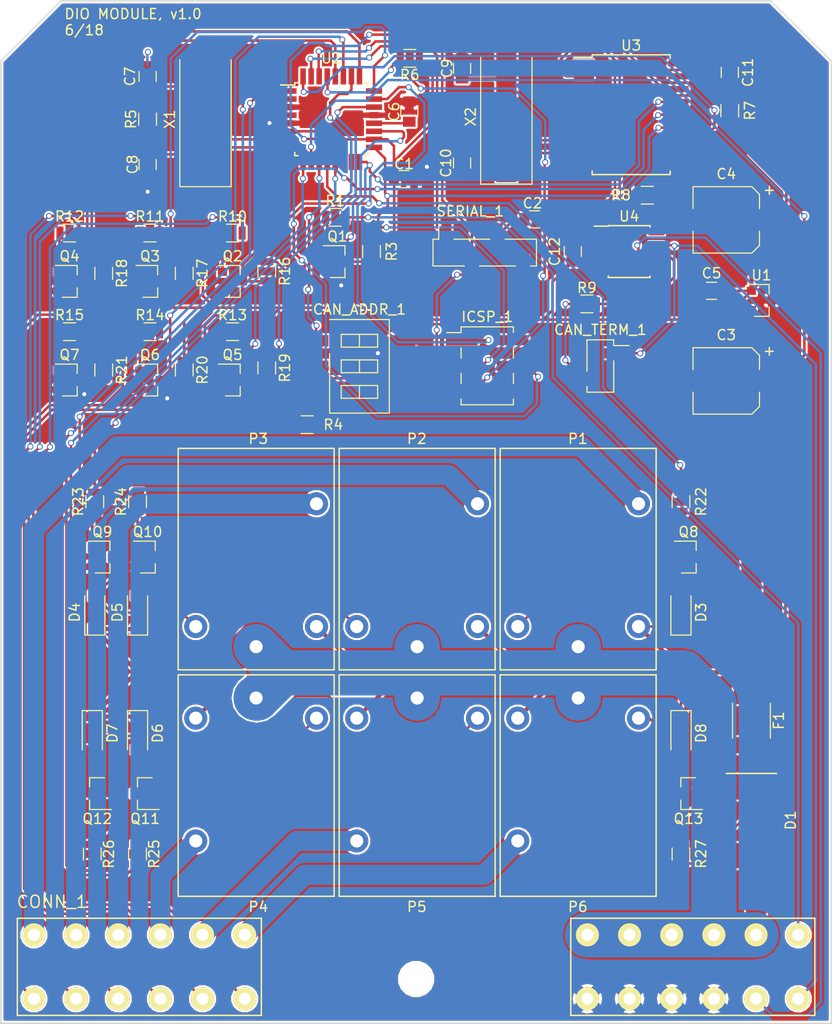
<source format=kicad_pcb>
(kicad_pcb (version 4) (host pcbnew 4.0.6)
  (layers (0 F.Cu signal) (31 B.Cu signal) (34 B.Paste user) (35 F.Paste user) (36 B.SilkS user) (37 F.SilkS user) (38 B.Mask user) (39 F.Mask user) (44 Edge.Cuts user))
  (net 0 "")
  (net 1 GND)
  (net 2 "Net-(Q4-Pad1)")
  (net 3 "Net-(Q5-Pad1)")
  (net 4 "Net-(Q6-Pad1)")
  (net 5 "Net-(Q7-Pad1)")
  (net 6 RXD)
  (net 7 TXD)
  (net 8 "Net-(C2-Pad2)")
  (net 9 "Net-(Q3-Pad1)")
  (net 10 5V)
  (net 11 RST)
  (net 12 "Net-(C7-Pad2)")
  (net 13 "Net-(C9-Pad1)")
  (net 14 "Net-(CAN_TERM_1-Pad2)")
  (net 15 "Net-(D1-Pad1)")
  (net 16 "Net-(D6-Pad2)")
  (net 17 "Net-(D7-Pad2)")
  (net 18 MISO)
  (net 19 SCK)
  (net 20 MOSI)
  (net 21 "Net-(Q1-Pad1)")
  (net 22 "Net-(Q2-Pad1)")
  (net 23 "Net-(Q8-Pad1)")
  (net 24 ADDR_0)
  (net 25 ADDR_1)
  (net 26 SS)
  (net 27 INT)
  (net 28 "Net-(D3-Pad2)")
  (net 29 "Net-(D8-Pad2)")
  (net 30 V_BATT_FU)
  (net 31 "Net-(C6-Pad1)")
  (net 32 "Net-(C8-Pad2)")
  (net 33 "Net-(C10-Pad1)")
  (net 34 CAN_HI)
  (net 35 RLY0)
  (net 36 DI5)
  (net 37 RLY1)
  (net 38 DI4)
  (net 39 RLY2)
  (net 40 DI3)
  (net 41 RLY3)
  (net 42 DI2)
  (net 43 RLY4)
  (net 44 DI1)
  (net 45 DO5)
  (net 46 DI0)
  (net 47 V_BATT)
  (net 48 CAN_LO)
  (net 49 "Net-(CONN_1-PadB6)")
  (net 50 "Net-(D4-Pad2)")
  (net 51 "Net-(D5-Pad2)")
  (net 52 RLY5)
  (net 53 "Net-(Q1-Pad3)")
  (net 54 DI0_MIC)
  (net 55 DI1_MIC)
  (net 56 DI2_MIC)
  (net 57 DI3_MIC)
  (net 58 DI4_MIC)
  (net 59 DI5_MIC)
  (net 60 "Net-(Q9-Pad1)")
  (net 61 "Net-(Q10-Pad1)")
  (net 62 "Net-(Q11-Pad1)")
  (net 63 "Net-(Q12-Pad1)")
  (net 64 "Net-(Q13-Pad1)")
  (net 65 "Net-(R7-Pad2)")
  (net 66 "Net-(R8-Pad2)")
  (net 67 DO0)
  (net 68 DO1)
  (net 69 DO2)
  (net 70 DO3)
  (net 71 DO4)
  (net 72 "Net-(U3-Pad1)")
  (net 73 "Net-(U3-Pad2)")
  (net 74 "Net-(U3-Pad3)")
  (net 75 "Net-(U3-Pad4)")
  (net 76 "Net-(U3-Pad5)")
  (net 77 "Net-(U3-Pad6)")
  (net 78 "Net-(U3-Pad10)")
  (net 79 "Net-(U3-Pad11)")
  (net 80 "Net-(U4-Pad5)")
  (module Capacitors_SMD:C_0805 (layer F.Cu) (at 145.23 58.2)
    (fp_text reference C1 (at 0 -1.5) (layer F.SilkS))
    (fp_text value 0.1uF)
    (pad 1 smd rect (at -1 0) (size 1 1.25) (layers F.Cu F.Paste F.Mask) (net 10 5V))
    (pad 2 smd rect (at 1 0) (size 1 1.25) (layers F.Cu F.Paste F.Mask) (net 1 GND))
  )
  (module Capacitors_SMD:C_0805 (layer F.Cu) (at 158.2 62.2 180)
    (fp_text reference C2 (at 0.2 1.6 180) (layer F.SilkS))
    (fp_text value 0.1uF)
    (pad 1 smd rect (at -1 0 180) (size 1 1.25) (layers F.Cu F.Paste F.Mask) (net 11 RST))
    (pad 2 smd rect (at 1 0 180) (size 1 1.25) (layers F.Cu F.Paste F.Mask) (net 8 "Net-(C2-Pad2)"))
  )
  (module Capacitors_SMD:CP_Elec_6.3x5.3 (layer F.Cu) (at 177.25 78.25 180)
    (fp_text reference C3 (at 0 4.56 180) (layer F.SilkS))
    (fp_text value 47uF)
    (fp_text user + (at -4.28 3.01 180) (layer F.SilkS))
    (pad 1 smd rect (at -2.7 0) (size 3.5 1.6) (layers F.Cu F.Paste F.Mask) (net 30 V_BATT_FU))
    (pad 2 smd rect (at 2.7 0) (size 3.5 1.6) (layers F.Cu F.Paste F.Mask) (net 1 GND))
  )
  (module Capacitors_SMD:CP_Elec_6.3x5.3 (layer F.Cu) (at 177.25 62.25 180)
    (fp_text reference C4 (at 0 4.56 180) (layer F.SilkS))
    (fp_text value 47uF)
    (fp_text user + (at -4.28 3.01 180) (layer F.SilkS))
    (pad 1 smd rect (at -2.7 0) (size 3.5 1.6) (layers F.Cu F.Paste F.Mask) (net 10 5V))
    (pad 2 smd rect (at 2.7 0) (size 3.5 1.6) (layers F.Cu F.Paste F.Mask) (net 1 GND))
  )
  (module Capacitors_SMD:C_0805 (layer F.Cu) (at 175.79 69.3 180)
    (fp_text reference C5 (at 0 1.75 180) (layer F.SilkS))
    (fp_text value 0.1uF)
    (pad 1 smd rect (at -1 0 180) (size 1 1.25) (layers F.Cu F.Paste F.Mask) (net 10 5V))
    (pad 2 smd rect (at 1 0 180) (size 1 1.25) (layers F.Cu F.Paste F.Mask) (net 1 GND))
  )
  (module Capacitors_SMD:C_0805 (layer F.Cu) (at 145.75 51.5 90)
    (fp_text reference C6 (at 0 -1.5 90) (layer F.SilkS))
    (fp_text value 0.1uF)
    (pad 1 smd rect (at -1 0 90) (size 1 1.25) (layers F.Cu F.Paste F.Mask) (net 31 "Net-(C6-Pad1)"))
    (pad 2 smd rect (at 1 0 90) (size 1 1.25) (layers F.Cu F.Paste F.Mask) (net 1 GND))
  )
  (module Capacitors_SMD:C_0805 (layer F.Cu) (at 119.75 48 270)
    (fp_text reference C7 (at 0 1.75 270) (layer F.SilkS))
    (fp_text value 22pF)
    (pad 1 smd rect (at -1 0 270) (size 1 1.25) (layers F.Cu F.Paste F.Mask) (net 1 GND))
    (pad 2 smd rect (at 1 0 270) (size 1 1.25) (layers F.Cu F.Paste F.Mask) (net 12 "Net-(C7-Pad2)"))
  )
  (module Capacitors_SMD:C_0805 (layer F.Cu) (at 119.75 56.75 90)
    (fp_text reference C8 (at 0 -1.5 90) (layer F.SilkS))
    (fp_text value 22pF)
    (pad 1 smd rect (at -1 0 90) (size 1 1.25) (layers F.Cu F.Paste F.Mask) (net 1 GND))
    (pad 2 smd rect (at 1 0 90) (size 1 1.25) (layers F.Cu F.Paste F.Mask) (net 32 "Net-(C8-Pad2)"))
  )
  (module Capacitors_SMD:C_0805 (layer F.Cu) (at 151 47.2 90)
    (fp_text reference C9 (at 0 -1.5 90) (layer F.SilkS))
    (fp_text value 22pF)
    (pad 1 smd rect (at -1 0 90) (size 1 1.25) (layers F.Cu F.Paste F.Mask) (net 13 "Net-(C9-Pad1)"))
    (pad 2 smd rect (at 1 0 90) (size 1 1.25) (layers F.Cu F.Paste F.Mask) (net 1 GND))
  )
  (module Capacitors_SMD:C_0805 (layer F.Cu) (at 151 56.6 270)
    (fp_text reference C10 (at 0 1.6 270) (layer F.SilkS))
    (fp_text value 22pF)
    (pad 1 smd rect (at -1 0 270) (size 1 1.25) (layers F.Cu F.Paste F.Mask) (net 33 "Net-(C10-Pad1)"))
    (pad 2 smd rect (at 1 0 270) (size 1 1.25) (layers F.Cu F.Paste F.Mask) (net 1 GND))
  )
  (module Capacitors_SMD:C_0805 (layer F.Cu) (at 177.6 47.6 90)
    (fp_text reference C11 (at 0 1.8 90) (layer F.SilkS))
    (fp_text value 0.1uF)
    (pad 1 smd rect (at -1 0 90) (size 1 1.25) (layers F.Cu F.Paste F.Mask) (net 1 GND))
    (pad 2 smd rect (at 1 0 90) (size 1 1.25) (layers F.Cu F.Paste F.Mask) (net 10 5V))
  )
  (module Capacitors_SMD:C_0805 (layer F.Cu) (at 162 65.4 270)
    (fp_text reference C12 (at 0 1.8 270) (layer F.SilkS))
    (fp_text value 0.1uF)
    (pad 1 smd rect (at -1 0 270) (size 1 1.25) (layers F.Cu F.Paste F.Mask) (net 1 GND))
    (pad 2 smd rect (at 1 0 270) (size 1 1.25) (layers F.Cu F.Paste F.Mask) (net 10 5V))
  )
  (module Buttons_Switches_SMD:SW_DIP_x3_W8.61mm_Slide_LowProfile (layer F.Cu) (at 140.8 76.8)
    (fp_text reference CAN_ADDR_1 (at 0 -5.65) (layer F.SilkS))
    (fp_text value DIP_SW_3)
    (pad 1 smd rect (at -4.305 -2.54) (size 2.44 1.12) (layers F.Cu F.Paste F.Mask) (net 24 ADDR_0))
    (pad 4 smd rect (at 4.305 2.54) (size 2.44 1.12) (layers F.Cu F.Paste F.Mask) (net 1 GND))
    (pad 2 smd rect (at -4.305 0) (size 2.44 1.12) (layers F.Cu F.Paste F.Mask) (net 25 ADDR_1))
    (pad 5 smd rect (at 4.305 0) (size 2.44 1.12) (layers F.Cu F.Paste F.Mask) (net 1 GND))
    (pad 3 smd rect (at -4.305 2.54) (size 2.44 1.12) (layers F.Cu F.Paste F.Mask) (net 6 RXD))
    (pad 6 smd rect (at 4.305 -2.54) (size 2.44 1.12) (layers F.Cu F.Paste F.Mask) (net 1 GND))
  )
  (module Pin_Headers:Pin_Header_Straight_1x02_Pitch2.54mm_SMD_Pin1Right (layer F.Cu) (at 164.74 76.77)
    (fp_text reference CAN_TERM_1 (at 0 -3.6) (layer F.SilkS))
    (fp_text value CONN_01X02)
    (pad 2 smd rect (at -1.655 1.27) (size 2.51 1) (layers F.Cu F.Paste F.Mask) (net 14 "Net-(CAN_TERM_1-Pad2)"))
    (pad 1 smd rect (at 1.655 -1.27) (size 2.51 1) (layers F.Cu F.Paste F.Mask) (net 34 CAN_HI))
  )
  (module "dio-module-pcb:DEUTSCH_CONN_(DTM13-12PA-12PB-R008)" (layer F.Cu) (at 146.431 137.672)
    (fp_text reference CONN_1 (at -36.181 -7.672 180) (layer F.SilkS) (effects (font (size 1.2 1.2))))
    (fp_text value "DEUTSCH_CONN_(DTM13-12PA-12PB-R008)" hide)
    (pad A7 thru_hole circle (at -37.98 -4.39) (size 2.3 2.3) (drill 1.2) (layers *.Cu *.Mask F.SilkS) (net 35 RLY0))
    (pad A6 thru_hole circle (at -37.98 1.96) (size 2.3 2.3) (drill 1.2) (layers *.Cu *.Mask F.SilkS) (net 36 DI5))
    (pad A8 thru_hole circle (at -33.79 -4.39) (size 2.3 2.3) (drill 1.2) (layers *.Cu *.Mask F.SilkS) (net 37 RLY1))
    (pad A5 thru_hole circle (at -33.79 1.96) (size 2.3 2.3) (drill 1.2) (layers *.Cu *.Mask F.SilkS) (net 38 DI4))
    (pad A9 thru_hole circle (at -29.6 -4.39) (size 2.3 2.3) (drill 1.2) (layers *.Cu *.Mask F.SilkS) (net 39 RLY2))
    (pad A4 thru_hole circle (at -29.6 1.96) (size 2.3 2.3) (drill 1.2) (layers *.Cu *.Mask F.SilkS) (net 40 DI3))
    (pad A10 thru_hole circle (at -25.41 -4.39) (size 2.3 2.3) (drill 1.2) (layers *.Cu *.Mask F.SilkS) (net 41 RLY3))
    (pad A3 thru_hole circle (at -25.41 1.96) (size 2.3 2.3) (drill 1.2) (layers *.Cu *.Mask F.SilkS) (net 42 DI2))
    (pad A11 thru_hole circle (at -21.22 -4.39) (size 2.3 2.3) (drill 1.2) (layers *.Cu *.Mask F.SilkS) (net 43 RLY4))
    (pad A2 thru_hole circle (at -21.22 1.96) (size 2.3 2.3) (drill 1.2) (layers *.Cu *.Mask F.SilkS) (net 44 DI1))
    (pad A12 thru_hole circle (at -17.03 -4.39) (size 2.3 2.3) (drill 1.2) (layers *.Cu *.Mask F.SilkS) (net 52 RLY5))
    (pad A1 thru_hole circle (at -17.03 1.96) (size 2.3 2.3) (drill 1.2) (layers *.Cu *.Mask F.SilkS) (net 46 DI0))
    (pad B1 thru_hole circle (at 17.02 -4.39) (size 2.3 2.3) (drill 1.2) (layers *.Cu *.Mask F.SilkS) (net 47 V_BATT))
    (pad B12 thru_hole circle (at 17.02 1.96) (size 2.3 2.3) (drill 1.2) (layers *.Cu *.Mask F.SilkS) (net 1 GND))
    (pad B2 thru_hole circle (at 21.21 -4.39) (size 2.3 2.3) (drill 1.2) (layers *.Cu *.Mask F.SilkS) (net 47 V_BATT))
    (pad B11 thru_hole circle (at 21.21 1.96) (size 2.3 2.3) (drill 1.2) (layers *.Cu *.Mask F.SilkS) (net 1 GND))
    (pad B3 thru_hole circle (at 25.4 -4.39) (size 2.3 2.3) (drill 1.2) (layers *.Cu *.Mask F.SilkS) (net 47 V_BATT))
    (pad B10 thru_hole circle (at 25.4 1.96) (size 2.3 2.3) (drill 1.2) (layers *.Cu *.Mask F.SilkS) (net 1 GND))
    (pad B4 thru_hole circle (at 29.59 -4.39) (size 2.3 2.3) (drill 1.2) (layers *.Cu *.Mask F.SilkS) (net 47 V_BATT))
    (pad B9 thru_hole circle (at 29.59 1.96) (size 2.3 2.3) (drill 1.2) (layers *.Cu *.Mask F.SilkS) (net 1 GND))
    (pad B5 thru_hole circle (at 33.78 -4.39) (size 2.3 2.3) (drill 1.2) (layers *.Cu *.Mask F.SilkS) (net 47 V_BATT))
    (pad B8 thru_hole circle (at 33.78 1.96) (size 2.3 2.3) (drill 1.2) (layers *.Cu *.Mask F.SilkS) (net 48 CAN_LO))
    (pad B6 thru_hole circle (at 37.97 -4.39) (size 2.3 2.3) (drill 1.2) (layers *.Cu *.Mask F.SilkS) (net 49 "Net-(CONN_1-PadB6)"))
    (pad B7 thru_hole circle (at 37.97 1.96) (size 2.3 2.3) (drill 1.2) (layers *.Cu *.Mask F.SilkS) (net 34 CAN_HI))
    (pad "" np_thru_hole circle (at 0 0) (size 3.2 3.2) (drill 3.2) (layers *.Cu *.Mask F.SilkS))
  )
  (module dio-module-pcb:DO-214AB (layer F.Cu) (at 179.75 122 270)
    (fp_text reference D1 (at -0.1 -3.9 270) (layer F.SilkS))
    (fp_text value D_Schottky hide)
    (pad 2 smd rect (at 3.41 0 270) (size 2.5 3.39) (layers F.Cu F.Paste F.Mask) (net 47 V_BATT))
    (pad 1 smd rect (at -3.41 0 270) (size 2.5 3.39) (layers F.Cu F.Paste F.Mask) (net 15 "Net-(D1-Pad1)"))
  )
  (module Diodes_SMD:D_SOD-123 (layer F.Cu) (at 172.75 101.25 90)
    (fp_text reference D3 (at 0 2 90) (layer F.SilkS))
    (fp_text value D)
    (pad 1 smd rect (at -1.65 0 90) (size 0.9 1.2) (layers F.Cu F.Paste F.Mask) (net 30 V_BATT_FU))
    (pad 2 smd rect (at 1.65 0 90) (size 0.9 1.2) (layers F.Cu F.Paste F.Mask) (net 28 "Net-(D3-Pad2)"))
  )
  (module Diodes_SMD:D_SOD-123 (layer F.Cu) (at 114.5 101.25 90)
    (fp_text reference D4 (at 0 -2 90) (layer F.SilkS))
    (fp_text value D)
    (pad 1 smd rect (at -1.65 0 90) (size 0.9 1.2) (layers F.Cu F.Paste F.Mask) (net 30 V_BATT_FU))
    (pad 2 smd rect (at 1.65 0 90) (size 0.9 1.2) (layers F.Cu F.Paste F.Mask) (net 50 "Net-(D4-Pad2)"))
  )
  (module Diodes_SMD:D_SOD-123 (layer F.Cu) (at 118.75 101.25 90)
    (fp_text reference D5 (at 0 -2 90) (layer F.SilkS))
    (fp_text value D)
    (pad 1 smd rect (at -1.65 0 90) (size 0.9 1.2) (layers F.Cu F.Paste F.Mask) (net 30 V_BATT_FU))
    (pad 2 smd rect (at 1.65 0 90) (size 0.9 1.2) (layers F.Cu F.Paste F.Mask) (net 51 "Net-(D5-Pad2)"))
  )
  (module Diodes_SMD:D_SOD-123 (layer F.Cu) (at 118.75 113.25 270)
    (fp_text reference D6 (at 0 -2 270) (layer F.SilkS))
    (fp_text value D)
    (pad 1 smd rect (at -1.65 0 270) (size 0.9 1.2) (layers F.Cu F.Paste F.Mask) (net 30 V_BATT_FU))
    (pad 2 smd rect (at 1.65 0 270) (size 0.9 1.2) (layers F.Cu F.Paste F.Mask) (net 16 "Net-(D6-Pad2)"))
  )
  (module Diodes_SMD:D_SOD-123 (layer F.Cu) (at 114.25 113.25 270)
    (fp_text reference D7 (at 0 -2 270) (layer F.SilkS))
    (fp_text value D)
    (pad 1 smd rect (at -1.65 0 270) (size 0.9 1.2) (layers F.Cu F.Paste F.Mask) (net 30 V_BATT_FU))
    (pad 2 smd rect (at 1.65 0 270) (size 0.9 1.2) (layers F.Cu F.Paste F.Mask) (net 17 "Net-(D7-Pad2)"))
  )
  (module Diodes_SMD:D_SOD-123 (layer F.Cu) (at 172.75 113.25 270)
    (fp_text reference D8 (at 0 -2 270) (layer F.SilkS))
    (fp_text value D)
    (pad 1 smd rect (at -1.65 0 270) (size 0.9 1.2) (layers F.Cu F.Paste F.Mask) (net 30 V_BATT_FU))
    (pad 2 smd rect (at 1.65 0 270) (size 0.9 1.2) (layers F.Cu F.Paste F.Mask) (net 29 "Net-(D8-Pad2)"))
  )
  (module Resistors_SMD:R_1812 (layer F.Cu) (at 179.75 112 270)
    (fp_text reference F1 (at 0 -2.72 270) (layer F.SilkS))
    (fp_text value Polyfuse)
    (pad 1 smd rect (at -2.44 0 270) (size 1.6 3.5) (layers F.Cu F.Paste F.Mask) (net 30 V_BATT_FU))
    (pad 2 smd rect (at 2.44 0 270) (size 1.6 3.5) (layers F.Cu F.Paste F.Mask) (net 15 "Net-(D1-Pad1)"))
  )
  (module Pin_Headers:Pin_Header_Straight_2x03_Pitch2.54mm_SMD (layer F.Cu) (at 153.5 76.75)
    (fp_text reference ICSP_1 (at 0 -4.87) (layer F.SilkS))
    (fp_text value CONN_02X03)
    (pad 1 smd rect (at -2.525 -2.54) (size 3.15 1) (layers F.Cu F.Paste F.Mask) (net 18 MISO))
    (pad 2 smd rect (at 2.525 -2.54) (size 3.15 1) (layers F.Cu F.Paste F.Mask) (net 10 5V))
    (pad 3 smd rect (at -2.525 0) (size 3.15 1) (layers F.Cu F.Paste F.Mask) (net 19 SCK))
    (pad 4 smd rect (at 2.525 0) (size 3.15 1) (layers F.Cu F.Paste F.Mask) (net 20 MOSI))
    (pad 5 smd rect (at -2.525 2.54) (size 3.15 1) (layers F.Cu F.Paste F.Mask) (net 11 RST))
    (pad 6 smd rect (at 2.525 2.54) (size 3.15 1) (layers F.Cu F.Paste F.Mask) (net 1 GND))
  )
  (module "dio-module-pcb:RELAY_(JSM1A-12V-4)" (layer F.Cu) (at 168.5326 102.6528 270)
    (fp_text reference P1 (at -18.6528 6.0326 540) (layer F.SilkS))
    (fp_text value "RELAY_(JSM1A-12V-4)" hide)
    (pad 2 thru_hole circle (at 0 0 270) (size 2.3 2.3) (drill 1.3) (layers *.Cu *.Mask) (net 30 V_BATT_FU))
    (pad 5 thru_hole circle (at 0 12 270) (size 2.3 2.3) (drill 1.3) (layers *.Cu *.Mask) (net 28 "Net-(D3-Pad2)"))
    (pad 1 thru_hole circle (at 2 6 270) (size 2.3 2.3) (drill 1.3) (layers *.Cu *.Mask) (net 47 V_BATT))
    (pad 3 thru_hole circle (at -12.2 0 270) (size 2.3 2.3) (drill 1.3) (layers *.Cu *.Mask) (net 35 RLY0))
  )
  (module "dio-module-pcb:RELAY_(JSM1A-12V-4)" (layer F.Cu) (at 152.5326 102.6528 270)
    (fp_text reference P2 (at -18.6528 6.0326 540) (layer F.SilkS))
    (fp_text value "RELAY_(JSM1A-12V-4)" hide)
    (pad 2 thru_hole circle (at 0 0 270) (size 2.3 2.3) (drill 1.3) (layers *.Cu *.Mask) (net 30 V_BATT_FU))
    (pad 5 thru_hole circle (at 0 12 270) (size 2.3 2.3) (drill 1.3) (layers *.Cu *.Mask) (net 50 "Net-(D4-Pad2)"))
    (pad 1 thru_hole circle (at 2 6 270) (size 2.3 2.3) (drill 1.3) (layers *.Cu *.Mask) (net 47 V_BATT))
    (pad 3 thru_hole circle (at -12.2 0 270) (size 2.3 2.3) (drill 1.3) (layers *.Cu *.Mask) (net 37 RLY1))
  )
  (module "dio-module-pcb:RELAY_(JSM1A-12V-4)" (layer F.Cu) (at 136.5326 102.6528 270)
    (fp_text reference P3 (at -18.6528 5.7826 540) (layer F.SilkS))
    (fp_text value "RELAY_(JSM1A-12V-4)" hide)
    (pad 2 thru_hole circle (at 0 0 270) (size 2.3 2.3) (drill 1.3) (layers *.Cu *.Mask) (net 30 V_BATT_FU))
    (pad 5 thru_hole circle (at 0 12 270) (size 2.3 2.3) (drill 1.3) (layers *.Cu *.Mask) (net 51 "Net-(D5-Pad2)"))
    (pad 1 thru_hole circle (at 2 6 270) (size 2.3 2.3) (drill 1.3) (layers *.Cu *.Mask) (net 47 V_BATT))
    (pad 3 thru_hole circle (at -12.2 0 270) (size 2.3 2.3) (drill 1.3) (layers *.Cu *.Mask) (net 39 RLY2))
  )
  (module "dio-module-pcb:RELAY_(JSM1A-12V-4)" (layer F.Cu) (at 124.5326 111.7528 90)
    (fp_text reference P4 (at -18.7472 6.2174 360) (layer F.SilkS))
    (fp_text value "RELAY_(JSM1A-12V-4)" hide)
    (pad 2 thru_hole circle (at 0 0 90) (size 2.3 2.3) (drill 1.3) (layers *.Cu *.Mask) (net 30 V_BATT_FU))
    (pad 5 thru_hole circle (at 0 12 90) (size 2.3 2.3) (drill 1.3) (layers *.Cu *.Mask) (net 16 "Net-(D6-Pad2)"))
    (pad 1 thru_hole circle (at 2 6 90) (size 2.3 2.3) (drill 1.3) (layers *.Cu *.Mask) (net 47 V_BATT))
    (pad 3 thru_hole circle (at -12.2 0 90) (size 2.3 2.3) (drill 1.3) (layers *.Cu *.Mask) (net 41 RLY3))
  )
  (module "dio-module-pcb:RELAY_(JSM1A-12V-4)" (layer F.Cu) (at 140.5326 111.7528 90)
    (fp_text reference P5 (at -18.7472 5.9674 360) (layer F.SilkS))
    (fp_text value "RELAY_(JSM1A-12V-4)" hide)
    (pad 2 thru_hole circle (at 0 0 90) (size 2.3 2.3) (drill 1.3) (layers *.Cu *.Mask) (net 30 V_BATT_FU))
    (pad 5 thru_hole circle (at 0 12 90) (size 2.3 2.3) (drill 1.3) (layers *.Cu *.Mask) (net 17 "Net-(D7-Pad2)"))
    (pad 1 thru_hole circle (at 2 6 90) (size 2.3 2.3) (drill 1.3) (layers *.Cu *.Mask) (net 47 V_BATT))
    (pad 3 thru_hole circle (at -12.2 0 90) (size 2.3 2.3) (drill 1.3) (layers *.Cu *.Mask) (net 43 RLY4))
  )
  (module "dio-module-pcb:RELAY_(JSM1A-12V-4)" (layer F.Cu) (at 156.5326 111.7528 90)
    (fp_text reference P6 (at -18.7472 5.9674 360) (layer F.SilkS))
    (fp_text value "RELAY_(JSM1A-12V-4)" hide)
    (pad 2 thru_hole circle (at 0 0 90) (size 2.3 2.3) (drill 1.3) (layers *.Cu *.Mask) (net 30 V_BATT_FU))
    (pad 5 thru_hole circle (at 0 12 90) (size 2.3 2.3) (drill 1.3) (layers *.Cu *.Mask) (net 29 "Net-(D8-Pad2)"))
    (pad 1 thru_hole circle (at 2 6 90) (size 2.3 2.3) (drill 1.3) (layers *.Cu *.Mask) (net 47 V_BATT))
    (pad 3 thru_hole circle (at -12.2 0 90) (size 2.3 2.3) (drill 1.3) (layers *.Cu *.Mask) (net 52 RLY5))
  )
  (module TO_SOT_Packages_SMD:SOT-23 (layer F.Cu) (at 138.6 66.4)
    (fp_text reference Q1 (at 0 -2.5) (layer F.SilkS))
    (fp_text value MMBT2222)
    (pad 1 smd rect (at -1 -0.95) (size 0.9 0.8) (layers F.Cu F.Paste F.Mask) (net 21 "Net-(Q1-Pad1)"))
    (pad 2 smd rect (at -1 0.95) (size 0.9 0.8) (layers F.Cu F.Paste F.Mask) (net 1 GND))
    (pad 3 smd rect (at 1 0) (size 0.9 0.8) (layers F.Cu F.Paste F.Mask) (net 53 "Net-(Q1-Pad3)"))
  )
  (module TO_SOT_Packages_SMD:SOT-23 (layer F.Cu) (at 128.19 68.36)
    (fp_text reference Q2 (at 0 -2.5) (layer F.SilkS))
    (fp_text value MMBT2222)
    (pad 1 smd rect (at -1 -0.95) (size 0.9 0.8) (layers F.Cu F.Paste F.Mask) (net 22 "Net-(Q2-Pad1)"))
    (pad 2 smd rect (at -1 0.95) (size 0.9 0.8) (layers F.Cu F.Paste F.Mask) (net 1 GND))
    (pad 3 smd rect (at 1 0) (size 0.9 0.8) (layers F.Cu F.Paste F.Mask) (net 54 DI0_MIC))
  )
  (module TO_SOT_Packages_SMD:SOT-23 (layer F.Cu) (at 119.99 68.36)
    (fp_text reference Q3 (at 0 -2.5) (layer F.SilkS))
    (fp_text value MMBT2222)
    (pad 1 smd rect (at -1 -0.95) (size 0.9 0.8) (layers F.Cu F.Paste F.Mask) (net 9 "Net-(Q3-Pad1)"))
    (pad 2 smd rect (at -1 0.95) (size 0.9 0.8) (layers F.Cu F.Paste F.Mask) (net 1 GND))
    (pad 3 smd rect (at 1 0) (size 0.9 0.8) (layers F.Cu F.Paste F.Mask) (net 55 DI1_MIC))
  )
  (module TO_SOT_Packages_SMD:SOT-23 (layer F.Cu) (at 111.99 68.36)
    (fp_text reference Q4 (at 0 -2.5) (layer F.SilkS))
    (fp_text value MMBT2222)
    (pad 1 smd rect (at -1 -0.95) (size 0.9 0.8) (layers F.Cu F.Paste F.Mask) (net 2 "Net-(Q4-Pad1)"))
    (pad 2 smd rect (at -1 0.95) (size 0.9 0.8) (layers F.Cu F.Paste F.Mask) (net 1 GND))
    (pad 3 smd rect (at 1 0) (size 0.9 0.8) (layers F.Cu F.Paste F.Mask) (net 56 DI2_MIC))
  )
  (module TO_SOT_Packages_SMD:SOT-23 (layer F.Cu) (at 128.19 78.16)
    (fp_text reference Q5 (at 0 -2.5) (layer F.SilkS))
    (fp_text value MMBT2222)
    (pad 1 smd rect (at -1 -0.95) (size 0.9 0.8) (layers F.Cu F.Paste F.Mask) (net 3 "Net-(Q5-Pad1)"))
    (pad 2 smd rect (at -1 0.95) (size 0.9 0.8) (layers F.Cu F.Paste F.Mask) (net 1 GND))
    (pad 3 smd rect (at 1 0) (size 0.9 0.8) (layers F.Cu F.Paste F.Mask) (net 57 DI3_MIC))
  )
  (module TO_SOT_Packages_SMD:SOT-23 (layer F.Cu) (at 119.99 78.16)
    (fp_text reference Q6 (at 0 -2.5) (layer F.SilkS))
    (fp_text value MMBT2222)
    (pad 1 smd rect (at -1 -0.95) (size 0.9 0.8) (layers F.Cu F.Paste F.Mask) (net 4 "Net-(Q6-Pad1)"))
    (pad 2 smd rect (at -1 0.95) (size 0.9 0.8) (layers F.Cu F.Paste F.Mask) (net 1 GND))
    (pad 3 smd rect (at 1 0) (size 0.9 0.8) (layers F.Cu F.Paste F.Mask) (net 58 DI4_MIC))
  )
  (module TO_SOT_Packages_SMD:SOT-23 (layer F.Cu) (at 111.99 78.16)
    (fp_text reference Q7 (at 0 -2.5) (layer F.SilkS))
    (fp_text value MMBT2222)
    (pad 1 smd rect (at -1 -0.95) (size 0.9 0.8) (layers F.Cu F.Paste F.Mask) (net 5 "Net-(Q7-Pad1)"))
    (pad 2 smd rect (at -1 0.95) (size 0.9 0.8) (layers F.Cu F.Paste F.Mask) (net 1 GND))
    (pad 3 smd rect (at 1 0) (size 0.9 0.8) (layers F.Cu F.Paste F.Mask) (net 59 DI5_MIC))
  )
  (module TO_SOT_Packages_SMD:SOT-23 (layer F.Cu) (at 173.5 95.75)
    (fp_text reference Q8 (at 0 -2.5) (layer F.SilkS))
    (fp_text value MMBT2222)
    (pad 1 smd rect (at -1 -0.95) (size 0.9 0.8) (layers F.Cu F.Paste F.Mask) (net 23 "Net-(Q8-Pad1)"))
    (pad 2 smd rect (at -1 0.95) (size 0.9 0.8) (layers F.Cu F.Paste F.Mask) (net 1 GND))
    (pad 3 smd rect (at 1 0) (size 0.9 0.8) (layers F.Cu F.Paste F.Mask) (net 28 "Net-(D3-Pad2)"))
  )
  (module TO_SOT_Packages_SMD:SOT-23 (layer F.Cu) (at 115.25 95.75)
    (fp_text reference Q9 (at 0 -2.5) (layer F.SilkS))
    (fp_text value MMBT2222)
    (pad 1 smd rect (at -1 -0.95) (size 0.9 0.8) (layers F.Cu F.Paste F.Mask) (net 60 "Net-(Q9-Pad1)"))
    (pad 2 smd rect (at -1 0.95) (size 0.9 0.8) (layers F.Cu F.Paste F.Mask) (net 1 GND))
    (pad 3 smd rect (at 1 0) (size 0.9 0.8) (layers F.Cu F.Paste F.Mask) (net 50 "Net-(D4-Pad2)"))
  )
  (module TO_SOT_Packages_SMD:SOT-23 (layer F.Cu) (at 119.75 95.75)
    (fp_text reference Q10 (at 0 -2.5) (layer F.SilkS))
    (fp_text value MMBT2222)
    (pad 1 smd rect (at -1 -0.95) (size 0.9 0.8) (layers F.Cu F.Paste F.Mask) (net 61 "Net-(Q10-Pad1)"))
    (pad 2 smd rect (at -1 0.95) (size 0.9 0.8) (layers F.Cu F.Paste F.Mask) (net 1 GND))
    (pad 3 smd rect (at 1 0) (size 0.9 0.8) (layers F.Cu F.Paste F.Mask) (net 51 "Net-(D5-Pad2)"))
  )
  (module TO_SOT_Packages_SMD:SOT-23 (layer F.Cu) (at 119.5 119.25 180)
    (fp_text reference Q11 (at 0 -2.5 180) (layer F.SilkS))
    (fp_text value MMBT2222)
    (pad 1 smd rect (at -1 -0.95 180) (size 0.9 0.8) (layers F.Cu F.Paste F.Mask) (net 62 "Net-(Q11-Pad1)"))
    (pad 2 smd rect (at -1 0.95 180) (size 0.9 0.8) (layers F.Cu F.Paste F.Mask) (net 1 GND))
    (pad 3 smd rect (at 1 0 180) (size 0.9 0.8) (layers F.Cu F.Paste F.Mask) (net 16 "Net-(D6-Pad2)"))
  )
  (module TO_SOT_Packages_SMD:SOT-23 (layer F.Cu) (at 114.75 119.25 180)
    (fp_text reference Q12 (at 0 -2.5 180) (layer F.SilkS))
    (fp_text value MMBT2222)
    (pad 1 smd rect (at -1 -0.95 180) (size 0.9 0.8) (layers F.Cu F.Paste F.Mask) (net 63 "Net-(Q12-Pad1)"))
    (pad 2 smd rect (at -1 0.95 180) (size 0.9 0.8) (layers F.Cu F.Paste F.Mask) (net 1 GND))
    (pad 3 smd rect (at 1 0 180) (size 0.9 0.8) (layers F.Cu F.Paste F.Mask) (net 17 "Net-(D7-Pad2)"))
  )
  (module TO_SOT_Packages_SMD:SOT-23 (layer F.Cu) (at 173.5 119.25 180)
    (fp_text reference Q13 (at 0 -2.5 180) (layer F.SilkS))
    (fp_text value MMBT2222)
    (pad 1 smd rect (at -1 -0.95 180) (size 0.9 0.8) (layers F.Cu F.Paste F.Mask) (net 64 "Net-(Q13-Pad1)"))
    (pad 2 smd rect (at -1 0.95 180) (size 0.9 0.8) (layers F.Cu F.Paste F.Mask) (net 1 GND))
    (pad 3 smd rect (at 1 0 180) (size 0.9 0.8) (layers F.Cu F.Paste F.Mask) (net 29 "Net-(D8-Pad2)"))
  )
  (module Resistors_SMD:R_0805 (layer F.Cu) (at 138.4 62)
    (fp_text reference R1 (at 0 -1.65) (layer F.SilkS))
    (fp_text value 10K)
    (pad 1 smd rect (at -0.95 0) (size 0.7 1.3) (layers F.Cu F.Paste F.Mask) (net 21 "Net-(Q1-Pad1)"))
    (pad 2 smd rect (at 0.95 0) (size 0.7 1.3) (layers F.Cu F.Paste F.Mask) (net 49 "Net-(CONN_1-PadB6)"))
  )
  (module Resistors_SMD:R_0805 (layer F.Cu) (at 142 65.4 90)
    (fp_text reference R3 (at 0 2 90) (layer F.SilkS))
    (fp_text value 10K)
    (pad 1 smd rect (at -0.95 0 90) (size 0.7 1.3) (layers F.Cu F.Paste F.Mask) (net 53 "Net-(Q1-Pad3)"))
    (pad 2 smd rect (at 0.95 0 90) (size 0.7 1.3) (layers F.Cu F.Paste F.Mask) (net 10 5V))
  )
  (module Resistors_SMD:R_0805 (layer F.Cu) (at 135.6 82.6 180)
    (fp_text reference R4 (at -2.6 0 180) (layer F.SilkS))
    (fp_text value 10K)
    (pad 1 smd rect (at -0.95 0 180) (size 0.7 1.3) (layers F.Cu F.Paste F.Mask) (net 25 ADDR_1))
    (pad 2 smd rect (at 0.95 0 180) (size 0.7 1.3) (layers F.Cu F.Paste F.Mask) (net 10 5V))
  )
  (module Resistors_SMD:R_0805 (layer F.Cu) (at 119.75 52.25 90)
    (fp_text reference R5 (at 0 -1.65 90) (layer F.SilkS))
    (fp_text value 1M)
    (pad 1 smd rect (at -0.95 0 90) (size 0.7 1.3) (layers F.Cu F.Paste F.Mask) (net 32 "Net-(C8-Pad2)"))
    (pad 2 smd rect (at 0.95 0 90) (size 0.7 1.3) (layers F.Cu F.Paste F.Mask) (net 12 "Net-(C7-Pad2)"))
  )
  (module Resistors_SMD:R_0805 (layer F.Cu) (at 145.8 46.2 180)
    (fp_text reference R6 (at 0 -1.65 180) (layer F.SilkS))
    (fp_text value 1K)
    (pad 1 smd rect (at -0.95 0 180) (size 0.7 1.3) (layers F.Cu F.Paste F.Mask) (net 10 5V))
    (pad 2 smd rect (at 0.95 0 180) (size 0.7 1.3) (layers F.Cu F.Paste F.Mask) (net 11 RST))
  )
  (module Resistors_SMD:R_0805 (layer F.Cu) (at 177.6 51.4 90)
    (fp_text reference R7 (at 0 2 90) (layer F.SilkS))
    (fp_text value 10K)
    (pad 1 smd rect (at -0.95 0 90) (size 0.7 1.3) (layers F.Cu F.Paste F.Mask) (net 10 5V))
    (pad 2 smd rect (at 0.95 0 90) (size 0.7 1.3) (layers F.Cu F.Paste F.Mask) (net 65 "Net-(R7-Pad2)"))
  )
  (module Resistors_SMD:R_0805 (layer F.Cu) (at 169.4 59.8)
    (fp_text reference R8 (at -2.6 0) (layer F.SilkS))
    (fp_text value 10K)
    (pad 1 smd rect (at -0.95 0) (size 0.7 1.3) (layers F.Cu F.Paste F.Mask) (net 1 GND))
    (pad 2 smd rect (at 0.95 0) (size 0.7 1.3) (layers F.Cu F.Paste F.Mask) (net 66 "Net-(R8-Pad2)"))
  )
  (module Resistors_SMD:R_0805 (layer F.Cu) (at 163.4 70.6 180)
    (fp_text reference R9 (at 0 1.6 180) (layer F.SilkS))
    (fp_text value 120R)
    (pad 1 smd rect (at -0.95 0 180) (size 0.7 1.3) (layers F.Cu F.Paste F.Mask) (net 48 CAN_LO))
    (pad 2 smd rect (at 0.95 0 180) (size 0.7 1.3) (layers F.Cu F.Paste F.Mask) (net 14 "Net-(CAN_TERM_1-Pad2)"))
  )
  (module Resistors_SMD:R_0805 (layer F.Cu) (at 128.19 63.56)
    (fp_text reference R10 (at 0 -1.65) (layer F.SilkS))
    (fp_text value 10K)
    (pad 1 smd rect (at -0.95 0) (size 0.7 1.3) (layers F.Cu F.Paste F.Mask) (net 22 "Net-(Q2-Pad1)"))
    (pad 2 smd rect (at 0.95 0) (size 0.7 1.3) (layers F.Cu F.Paste F.Mask) (net 46 DI0))
  )
  (module Resistors_SMD:R_0805 (layer F.Cu) (at 119.99 63.56)
    (fp_text reference R11 (at 0 -1.65) (layer F.SilkS))
    (fp_text value 10K)
    (pad 1 smd rect (at -0.95 0) (size 0.7 1.3) (layers F.Cu F.Paste F.Mask) (net 9 "Net-(Q3-Pad1)"))
    (pad 2 smd rect (at 0.95 0) (size 0.7 1.3) (layers F.Cu F.Paste F.Mask) (net 44 DI1))
  )
  (module Resistors_SMD:R_0805 (layer F.Cu) (at 111.99 63.56)
    (fp_text reference R12 (at 0 -1.65) (layer F.SilkS))
    (fp_text value 10K)
    (pad 1 smd rect (at -0.95 0) (size 0.7 1.3) (layers F.Cu F.Paste F.Mask) (net 2 "Net-(Q4-Pad1)"))
    (pad 2 smd rect (at 0.95 0) (size 0.7 1.3) (layers F.Cu F.Paste F.Mask) (net 42 DI2))
  )
  (module Resistors_SMD:R_0805 (layer F.Cu) (at 128.19 73.36)
    (fp_text reference R13 (at 0 -1.65) (layer F.SilkS))
    (fp_text value 10K)
    (pad 1 smd rect (at -0.95 0) (size 0.7 1.3) (layers F.Cu F.Paste F.Mask) (net 3 "Net-(Q5-Pad1)"))
    (pad 2 smd rect (at 0.95 0) (size 0.7 1.3) (layers F.Cu F.Paste F.Mask) (net 40 DI3))
  )
  (module Resistors_SMD:R_0805 (layer F.Cu) (at 119.99 73.36)
    (fp_text reference R14 (at 0 -1.65) (layer F.SilkS))
    (fp_text value 10K)
    (pad 1 smd rect (at -0.95 0) (size 0.7 1.3) (layers F.Cu F.Paste F.Mask) (net 4 "Net-(Q6-Pad1)"))
    (pad 2 smd rect (at 0.95 0) (size 0.7 1.3) (layers F.Cu F.Paste F.Mask) (net 38 DI4))
  )
  (module Resistors_SMD:R_0805 (layer F.Cu) (at 111.99 73.36)
    (fp_text reference R15 (at 0 -1.65) (layer F.SilkS))
    (fp_text value 10K)
    (pad 1 smd rect (at -0.95 0) (size 0.7 1.3) (layers F.Cu F.Paste F.Mask) (net 5 "Net-(Q7-Pad1)"))
    (pad 2 smd rect (at 0.95 0) (size 0.7 1.3) (layers F.Cu F.Paste F.Mask) (net 36 DI5))
  )
  (module Resistors_SMD:R_0805 (layer F.Cu) (at 131.59 67.36 90)
    (fp_text reference R16 (at 0 1.8 90) (layer F.SilkS))
    (fp_text value 10K)
    (pad 1 smd rect (at -0.95 0 90) (size 0.7 1.3) (layers F.Cu F.Paste F.Mask) (net 54 DI0_MIC))
    (pad 2 smd rect (at 0.95 0 90) (size 0.7 1.3) (layers F.Cu F.Paste F.Mask) (net 10 5V))
  )
  (module Resistors_SMD:R_0805 (layer F.Cu) (at 123.39 67.56 90)
    (fp_text reference R17 (at 0 1.8 90) (layer F.SilkS))
    (fp_text value 10K)
    (pad 1 smd rect (at -0.95 0 90) (size 0.7 1.3) (layers F.Cu F.Paste F.Mask) (net 55 DI1_MIC))
    (pad 2 smd rect (at 0.95 0 90) (size 0.7 1.3) (layers F.Cu F.Paste F.Mask) (net 10 5V))
  )
  (module Resistors_SMD:R_0805 (layer F.Cu) (at 115.39 67.56 90)
    (fp_text reference R18 (at 0 1.8 90) (layer F.SilkS))
    (fp_text value 10K)
    (pad 1 smd rect (at -0.95 0 90) (size 0.7 1.3) (layers F.Cu F.Paste F.Mask) (net 56 DI2_MIC))
    (pad 2 smd rect (at 0.95 0 90) (size 0.7 1.3) (layers F.Cu F.Paste F.Mask) (net 10 5V))
  )
  (module Resistors_SMD:R_0805 (layer F.Cu) (at 131.59 76.96 90)
    (fp_text reference R19 (at 0 1.8 90) (layer F.SilkS))
    (fp_text value 10K)
    (pad 1 smd rect (at -0.95 0 90) (size 0.7 1.3) (layers F.Cu F.Paste F.Mask) (net 57 DI3_MIC))
    (pad 2 smd rect (at 0.95 0 90) (size 0.7 1.3) (layers F.Cu F.Paste F.Mask) (net 10 5V))
  )
  (module Resistors_SMD:R_0805 (layer F.Cu) (at 123.39 77.16 90)
    (fp_text reference R20 (at 0 1.8 90) (layer F.SilkS))
    (fp_text value 10K)
    (pad 1 smd rect (at -0.95 0 90) (size 0.7 1.3) (layers F.Cu F.Paste F.Mask) (net 58 DI4_MIC))
    (pad 2 smd rect (at 0.95 0 90) (size 0.7 1.3) (layers F.Cu F.Paste F.Mask) (net 10 5V))
  )
  (module Resistors_SMD:R_0805 (layer F.Cu) (at 115.39 77.16 90)
    (fp_text reference R21 (at 0 1.8 90) (layer F.SilkS))
    (fp_text value 10K)
    (pad 1 smd rect (at -0.95 0 90) (size 0.7 1.3) (layers F.Cu F.Paste F.Mask) (net 59 DI5_MIC))
    (pad 2 smd rect (at 0.95 0 90) (size 0.7 1.3) (layers F.Cu F.Paste F.Mask) (net 10 5V))
  )
  (module Resistors_SMD:R_0805 (layer F.Cu) (at 172.75 90.25 90)
    (fp_text reference R22 (at 0 2 90) (layer F.SilkS))
    (fp_text value 680)
    (pad 1 smd rect (at -0.95 0 90) (size 0.7 1.3) (layers F.Cu F.Paste F.Mask) (net 23 "Net-(Q8-Pad1)"))
    (pad 2 smd rect (at 0.95 0 90) (size 0.7 1.3) (layers F.Cu F.Paste F.Mask) (net 67 DO0))
  )
  (module Resistors_SMD:R_0805 (layer F.Cu) (at 114.5 90.25 90)
    (fp_text reference R23 (at 0 -1.65 90) (layer F.SilkS))
    (fp_text value 680)
    (pad 1 smd rect (at -0.95 0 90) (size 0.7 1.3) (layers F.Cu F.Paste F.Mask) (net 60 "Net-(Q9-Pad1)"))
    (pad 2 smd rect (at 0.95 0 90) (size 0.7 1.3) (layers F.Cu F.Paste F.Mask) (net 68 DO1))
  )
  (module Resistors_SMD:R_0805 (layer F.Cu) (at 118.75 90.25 90)
    (fp_text reference R24 (at 0 -1.65 90) (layer F.SilkS))
    (fp_text value 680)
    (pad 1 smd rect (at -0.95 0 90) (size 0.7 1.3) (layers F.Cu F.Paste F.Mask) (net 61 "Net-(Q10-Pad1)"))
    (pad 2 smd rect (at 0.95 0 90) (size 0.7 1.3) (layers F.Cu F.Paste F.Mask) (net 69 DO2))
  )
  (module Resistors_SMD:R_0805 (layer F.Cu) (at 118.75 125.25 270)
    (fp_text reference R25 (at 0 -1.65 270) (layer F.SilkS))
    (fp_text value 680)
    (pad 1 smd rect (at -0.95 0 270) (size 0.7 1.3) (layers F.Cu F.Paste F.Mask) (net 62 "Net-(Q11-Pad1)"))
    (pad 2 smd rect (at 0.95 0 270) (size 0.7 1.3) (layers F.Cu F.Paste F.Mask) (net 70 DO3))
  )
  (module Resistors_SMD:R_0805 (layer F.Cu) (at 114.25 125.25 270)
    (fp_text reference R26 (at 0 -1.65 270) (layer F.SilkS))
    (fp_text value 680)
    (pad 1 smd rect (at -0.95 0 270) (size 0.7 1.3) (layers F.Cu F.Paste F.Mask) (net 63 "Net-(Q12-Pad1)"))
    (pad 2 smd rect (at 0.95 0 270) (size 0.7 1.3) (layers F.Cu F.Paste F.Mask) (net 71 DO4))
  )
  (module Resistors_SMD:R_0805 (layer F.Cu) (at 172.75 125.25 270)
    (fp_text reference R27 (at 0 -2 270) (layer F.SilkS))
    (fp_text value 680)
    (pad 1 smd rect (at -0.95 0 270) (size 0.7 1.3) (layers F.Cu F.Paste F.Mask) (net 64 "Net-(Q13-Pad1)"))
    (pad 2 smd rect (at 0.95 0 270) (size 0.7 1.3) (layers F.Cu F.Paste F.Mask) (net 45 DO5))
  )
  (module Pin_Headers:Pin_Header_Straight_1x04_Pitch2.54mm_SMD_Pin1Right (layer F.Cu) (at 153.25 65.5 90)
    (fp_text reference SERIAL_1 (at 4.1 -1.45 180) (layer F.SilkS))
    (fp_text value CONN_01X04)
    (pad 2 smd rect (at -1.655 -1.27 90) (size 2.51 1) (layers F.Cu F.Paste F.Mask) (net 6 RXD))
    (pad 4 smd rect (at -1.655 3.81 90) (size 2.51 1) (layers F.Cu F.Paste F.Mask) (net 1 GND))
    (pad 1 smd rect (at 1.655 -3.81 90) (size 2.51 1) (layers F.Cu F.Paste F.Mask) (net 7 TXD))
    (pad 3 smd rect (at 1.655 1.27 90) (size 2.51 1) (layers F.Cu F.Paste F.Mask) (net 8 "Net-(C2-Pad2)"))
  )
  (module TO_SOT_Packages_SMD:SOT-23 (layer F.Cu) (at 180.75 70.25)
    (fp_text reference U1 (at 0 -2.5) (layer F.SilkS))
    (fp_text value LM3480-5.0)
    (pad 1 smd rect (at -1 -0.95) (size 0.9 0.8) (layers F.Cu F.Paste F.Mask) (net 10 5V))
    (pad 2 smd rect (at -1 0.95) (size 0.9 0.8) (layers F.Cu F.Paste F.Mask) (net 30 V_BATT_FU))
    (pad 3 smd rect (at 1 0) (size 0.9 0.8) (layers F.Cu F.Paste F.Mask) (net 1 GND))
  )
  (module Housings_QFP:TQFP-32_7x7mm_Pitch0.8mm (layer F.Cu) (at 138 52.25)
    (fp_text reference U2 (at 0 -6.05) (layer F.SilkS))
    (fp_text value ATMEGA328P-AU)
    (pad 1 smd rect (at -4.25 -2.8) (size 1.6 0.55) (layers F.Cu F.Paste F.Mask) (net 69 DO2))
    (pad 2 smd rect (at -4.25 -2) (size 1.6 0.55) (layers F.Cu F.Paste F.Mask) (net 70 DO3))
    (pad 3 smd rect (at -4.25 -1.2) (size 1.6 0.55) (layers F.Cu F.Paste F.Mask) (net 1 GND))
    (pad 4 smd rect (at -4.25 -0.4) (size 1.6 0.55) (layers F.Cu F.Paste F.Mask) (net 10 5V))
    (pad 5 smd rect (at -4.25 0.4) (size 1.6 0.55) (layers F.Cu F.Paste F.Mask) (net 1 GND))
    (pad 6 smd rect (at -4.25 1.2) (size 1.6 0.55) (layers F.Cu F.Paste F.Mask) (net 10 5V))
    (pad 7 smd rect (at -4.25 2) (size 1.6 0.55) (layers F.Cu F.Paste F.Mask) (net 12 "Net-(C7-Pad2)"))
    (pad 8 smd rect (at -4.25 2.8) (size 1.6 0.55) (layers F.Cu F.Paste F.Mask) (net 32 "Net-(C8-Pad2)"))
    (pad 9 smd rect (at -2.8 4.25 90) (size 1.6 0.55) (layers F.Cu F.Paste F.Mask) (net 71 DO4))
    (pad 10 smd rect (at -2 4.25 90) (size 1.6 0.55) (layers F.Cu F.Paste F.Mask) (net 45 DO5))
    (pad 11 smd rect (at -1.2 4.25 90) (size 1.6 0.55) (layers F.Cu F.Paste F.Mask) (net 24 ADDR_0))
    (pad 12 smd rect (at -0.4 4.25 90) (size 1.6 0.55) (layers F.Cu F.Paste F.Mask) (net 67 DO0))
    (pad 13 smd rect (at 0.4 4.25 90) (size 1.6 0.55) (layers F.Cu F.Paste F.Mask) (net 68 DO1))
    (pad 14 smd rect (at 1.2 4.25 90) (size 1.6 0.55) (layers F.Cu F.Paste F.Mask) (net 26 SS))
    (pad 15 smd rect (at 2 4.25 90) (size 1.6 0.55) (layers F.Cu F.Paste F.Mask) (net 20 MOSI))
    (pad 16 smd rect (at 2.8 4.25 90) (size 1.6 0.55) (layers F.Cu F.Paste F.Mask) (net 18 MISO))
    (pad 17 smd rect (at 4.25 2.8) (size 1.6 0.55) (layers F.Cu F.Paste F.Mask) (net 19 SCK))
    (pad 18 smd rect (at 4.25 2) (size 1.6 0.55) (layers F.Cu F.Paste F.Mask) (net 10 5V))
    (pad 19 smd rect (at 4.25 1.2) (size 1.6 0.55) (layers F.Cu F.Paste F.Mask) (net 53 "Net-(Q1-Pad3)"))
    (pad 20 smd rect (at 4.25 0.4) (size 1.6 0.55) (layers F.Cu F.Paste F.Mask) (net 31 "Net-(C6-Pad1)"))
    (pad 21 smd rect (at 4.25 -0.4) (size 1.6 0.55) (layers F.Cu F.Paste F.Mask) (net 1 GND))
    (pad 22 smd rect (at 4.25 -1.2) (size 1.6 0.55) (layers F.Cu F.Paste F.Mask) (net 25 ADDR_1))
    (pad 23 smd rect (at 4.25 -2) (size 1.6 0.55) (layers F.Cu F.Paste F.Mask) (net 54 DI0_MIC))
    (pad 24 smd rect (at 4.25 -2.8) (size 1.6 0.55) (layers F.Cu F.Paste F.Mask) (net 55 DI1_MIC))
    (pad 25 smd rect (at 2.8 -4.25 90) (size 1.6 0.55) (layers F.Cu F.Paste F.Mask) (net 56 DI2_MIC))
    (pad 26 smd rect (at 2 -4.25 90) (size 1.6 0.55) (layers F.Cu F.Paste F.Mask) (net 57 DI3_MIC))
    (pad 27 smd rect (at 1.2 -4.25 90) (size 1.6 0.55) (layers F.Cu F.Paste F.Mask) (net 58 DI4_MIC))
    (pad 28 smd rect (at 0.4 -4.25 90) (size 1.6 0.55) (layers F.Cu F.Paste F.Mask) (net 59 DI5_MIC))
    (pad 29 smd rect (at -0.4 -4.25 90) (size 1.6 0.55) (layers F.Cu F.Paste F.Mask) (net 11 RST))
    (pad 30 smd rect (at -1.2 -4.25 90) (size 1.6 0.55) (layers F.Cu F.Paste F.Mask) (net 6 RXD))
    (pad 31 smd rect (at -2 -4.25 90) (size 1.6 0.55) (layers F.Cu F.Paste F.Mask) (net 7 TXD))
    (pad 32 smd rect (at -2.8 -4.25 90) (size 1.6 0.55) (layers F.Cu F.Paste F.Mask) (net 27 INT))
  )
  (module Housings_SOIC:SOIC-18W_7.5x11.6mm_Pitch1.27mm (layer F.Cu) (at 167.8 51.8)
    (fp_text reference U3 (at 0 -6.875) (layer F.SilkS))
    (fp_text value MCP2515T-I/SO)
    (pad 1 smd rect (at -4.7 -5.08) (size 2 0.6) (layers F.Cu F.Paste F.Mask) (net 72 "Net-(U3-Pad1)"))
    (pad 2 smd rect (at -4.7 -3.81) (size 2 0.6) (layers F.Cu F.Paste F.Mask) (net 73 "Net-(U3-Pad2)"))
    (pad 3 smd rect (at -4.7 -2.54) (size 2 0.6) (layers F.Cu F.Paste F.Mask) (net 74 "Net-(U3-Pad3)"))
    (pad 4 smd rect (at -4.7 -1.27) (size 2 0.6) (layers F.Cu F.Paste F.Mask) (net 75 "Net-(U3-Pad4)"))
    (pad 5 smd rect (at -4.7 0) (size 2 0.6) (layers F.Cu F.Paste F.Mask) (net 76 "Net-(U3-Pad5)"))
    (pad 6 smd rect (at -4.7 1.27) (size 2 0.6) (layers F.Cu F.Paste F.Mask) (net 77 "Net-(U3-Pad6)"))
    (pad 7 smd rect (at -4.7 2.54) (size 2 0.6) (layers F.Cu F.Paste F.Mask) (net 13 "Net-(C9-Pad1)"))
    (pad 8 smd rect (at -4.7 3.81) (size 2 0.6) (layers F.Cu F.Paste F.Mask) (net 33 "Net-(C10-Pad1)"))
    (pad 9 smd rect (at -4.7 5.08) (size 2 0.6) (layers F.Cu F.Paste F.Mask) (net 1 GND))
    (pad 10 smd rect (at 4.7 5.08) (size 2 0.6) (layers F.Cu F.Paste F.Mask) (net 78 "Net-(U3-Pad10)"))
    (pad 11 smd rect (at 4.7 3.81) (size 2 0.6) (layers F.Cu F.Paste F.Mask) (net 79 "Net-(U3-Pad11)"))
    (pad 12 smd rect (at 4.7 2.54) (size 2 0.6) (layers F.Cu F.Paste F.Mask) (net 27 INT))
    (pad 13 smd rect (at 4.7 1.27) (size 2 0.6) (layers F.Cu F.Paste F.Mask) (net 19 SCK))
    (pad 14 smd rect (at 4.7 0) (size 2 0.6) (layers F.Cu F.Paste F.Mask) (net 20 MOSI))
    (pad 15 smd rect (at 4.7 -1.27) (size 2 0.6) (layers F.Cu F.Paste F.Mask) (net 18 MISO))
    (pad 16 smd rect (at 4.7 -2.54) (size 2 0.6) (layers F.Cu F.Paste F.Mask) (net 26 SS))
    (pad 17 smd rect (at 4.7 -3.81) (size 2 0.6) (layers F.Cu F.Paste F.Mask) (net 65 "Net-(R7-Pad2)"))
    (pad 18 smd rect (at 4.7 -5.08) (size 2 0.6) (layers F.Cu F.Paste F.Mask) (net 10 5V))
  )
  (module Housings_SOIC:SOIC-8_3.9x4.9mm_Pitch1.27mm (layer F.Cu) (at 167.6 65.4)
    (fp_text reference U4 (at 0 -3.5) (layer F.SilkS))
    (fp_text value MCP2551-I/SN)
    (pad 1 smd rect (at -2.7 -1.905) (size 1.55 0.6) (layers F.Cu F.Paste F.Mask) (net 72 "Net-(U3-Pad1)"))
    (pad 2 smd rect (at -2.7 -0.635) (size 1.55 0.6) (layers F.Cu F.Paste F.Mask) (net 1 GND))
    (pad 3 smd rect (at -2.7 0.635) (size 1.55 0.6) (layers F.Cu F.Paste F.Mask) (net 10 5V))
    (pad 4 smd rect (at -2.7 1.905) (size 1.55 0.6) (layers F.Cu F.Paste F.Mask) (net 73 "Net-(U3-Pad2)"))
    (pad 5 smd rect (at 2.7 1.905) (size 1.55 0.6) (layers F.Cu F.Paste F.Mask) (net 80 "Net-(U4-Pad5)"))
    (pad 6 smd rect (at 2.7 0.635) (size 1.55 0.6) (layers F.Cu F.Paste F.Mask) (net 48 CAN_LO))
    (pad 7 smd rect (at 2.7 -0.635) (size 1.55 0.6) (layers F.Cu F.Paste F.Mask) (net 34 CAN_HI))
    (pad 8 smd rect (at 2.7 -1.905) (size 1.55 0.6) (layers F.Cu F.Paste F.Mask) (net 66 "Net-(R8-Pad2)"))
  )
  (module Crystals:Crystal_SMD_HC49-SD (layer F.Cu) (at 125.5 52.25 90)
    (fp_text reference X1 (at 0 -3.55 90) (layer F.SilkS))
    (fp_text value Crystal)
    (pad 1 smd rect (at -4.25 0 90) (size 4.5 2) (layers F.Cu F.Paste F.Mask) (net 32 "Net-(C8-Pad2)"))
    (pad 2 smd rect (at 4.25 0 90) (size 4.5 2) (layers F.Cu F.Paste F.Mask) (net 12 "Net-(C7-Pad2)"))
  )
  (module Crystals:Crystal_SMD_HC49-SD (layer F.Cu) (at 155.4 52 90)
    (fp_text reference X2 (at 0 -3.55 90) (layer F.SilkS))
    (fp_text value Crystal)
    (pad 1 smd rect (at -4.25 0 90) (size 4.5 2) (layers F.Cu F.Paste F.Mask) (net 33 "Net-(C10-Pad1)"))
    (pad 2 smd rect (at 4.25 0 90) (size 4.5 2) (layers F.Cu F.Paste F.Mask) (net 13 "Net-(C9-Pad1)"))
  )
  (gr_text "DIO MODULE, v1.0\n6/18" (at 111.4 42.6) (layer F.SilkS) (effects (font (size 1 1)) (justify left)))
  (gr_line (start 111.156 40.482) (end 181.656 40.482) (angle 90) (layer Edge.Cuts) (width 0.15))
  (gr_line (start 187.706 46.482) (end 181.656 40.482) (angle 90) (layer Edge.Cuts) (width 0.15))
  (gr_line (start 105.156 46.482) (end 111.156 40.482) (angle 90) (layer Edge.Cuts) (width 0.15))
  (gr_line (start 105.156 142.082) (end 187.706 142.082) (angle 90) (layer Edge.Cuts) (width 0.15))
  (gr_line (start 187.706 46.482) (end 187.706 142.082) (angle 90) (layer Edge.Cuts) (width 0.15))
  (gr_line (start 105.156 46.482) (end 105.156 142.082) (angle 90) (layer Edge.Cuts) (width 0.15))
  (segment (start 119.72 46.91) (end 119.72 45.63) (width 0.25) (layer B.Cu) (net 0))
  (via (at 119.78 45.57) (size 0.6) (drill 0.4) (layers F.Cu B.Cu) (net 0))
  (segment (start 119.72 45.63) (end 119.78 45.57) (width 0.25) (layer B.Cu) (net 0))
  (segment (start 145.105 76.8) (end 143.94 76.8) (width 0.25) (layer F.Cu) (net 1))
  (segment (start 143.94 76.8) (end 142.63 75.49) (width 0.25) (layer F.Cu) (net 1))
  (via (at 142.63 75.49) (size 0.6) (drill 0.4) (layers F.Cu B.Cu) (net 1))
  (segment (start 118.99 79.11) (end 120.83 79.11) (width 0.25) (layer F.Cu) (net 1))
  (via (at 121.7 79.98) (size 0.6) (drill 0.4) (layers F.Cu B.Cu) (net 1))
  (segment (start 120.83 79.11) (end 121.7 79.98) (width 0.25) (layer F.Cu) (net 1))
  (segment (start 110.99 79.11) (end 113 79.11) (width 0.25) (layer F.Cu) (net 1))
  (via (at 113.46 79.57) (size 0.6) (drill 0.4) (layers F.Cu B.Cu) (net 1))
  (segment (start 113 79.11) (end 113.46 79.57) (width 0.25) (layer F.Cu) (net 1))
  (segment (start 146.23 58.2) (end 146.28 58.2) (width 0.25) (layer F.Cu) (net 1))
  (segment (start 146.28 58.2) (end 147.5 56.98) (width 0.25) (layer F.Cu) (net 1))
  (via (at 147.5 56.98) (size 0.6) (drill 0.4) (layers F.Cu B.Cu) (net 1))
  (segment (start 133.75 52.65) (end 131.88 52.65) (width 0.25) (layer F.Cu) (net 1))
  (via (at 131.86 52.63) (size 0.6) (drill 0.4) (layers F.Cu B.Cu) (net 1))
  (segment (start 131.88 52.65) (end 131.86 52.63) (width 0.25) (layer F.Cu) (net 1))
  (segment (start 119.75 57.75) (end 119.75 59.46) (width 0.25) (layer F.Cu) (net 1))
  (via (at 119.75 59.46) (size 0.6) (drill 0.4) (layers F.Cu B.Cu) (net 1))
  (segment (start 137.6 67.35) (end 137.66 67.35) (width 0.25) (layer F.Cu) (net 1))
  (segment (start 137.66 67.35) (end 138.99 68.68) (width 0.25) (layer F.Cu) (net 1))
  (segment (start 138.99 68.68) (end 138.99 68.76) (width 0.25) (layer F.Cu) (net 1))
  (via (at 138.99 68.76) (size 0.6) (drill 0.4) (layers F.Cu B.Cu) (net 1))
  (segment (start 110.99 67.41) (end 110.99 63.61) (width 0.25) (layer F.Cu) (net 2))
  (segment (start 110.99 63.61) (end 111.04 63.56) (width 0.25) (layer F.Cu) (net 2))
  (segment (start 127.19 77.21) (end 127.19 73.41) (width 0.25) (layer F.Cu) (net 3))
  (segment (start 127.19 73.41) (end 127.24 73.36) (width 0.25) (layer F.Cu) (net 3))
  (segment (start 118.99 77.21) (end 118.99 73.41) (width 0.25) (layer F.Cu) (net 4))
  (segment (start 118.99 73.41) (end 119.04 73.36) (width 0.25) (layer F.Cu) (net 4))
  (segment (start 110.99 77.21) (end 110.99 73.41) (width 0.25) (layer F.Cu) (net 5))
  (segment (start 110.99 73.41) (end 111.04 73.36) (width 0.25) (layer F.Cu) (net 5))
  (segment (start 136.75 45.52) (end 141.4 45.52) (width 0.25) (layer B.Cu) (net 6))
  (segment (start 148.02 44.52) (end 142.4 44.52) (width 0.25) (layer F.Cu) (net 6))
  (segment (start 142.4 44.52) (end 141.75 45.17) (width 0.25) (layer F.Cu) (net 6))
  (via (at 141.75 45.17) (size 0.6) (drill 0.4) (layers F.Cu B.Cu) (net 6))
  (via (at 136.75 45.52) (size 0.6) (drill 0.4) (layers F.Cu B.Cu) (net 6))
  (segment (start 136.75 47.95) (end 136.75 45.52) (width 0.25) (layer F.Cu) (net 6))
  (segment (start 151.98 63.25) (end 151.98 67.155) (width 0.25) (layer F.Cu) (net 6))
  (segment (start 149.03 60.3) (end 149.03 45.53) (width 0.25) (layer F.Cu) (net 6))
  (segment (start 151.98 63.25) (end 149.03 60.3) (width 0.25) (layer F.Cu) (net 6))
  (segment (start 149.03 45.53) (end 148.02 44.52) (width 0.25) (layer F.Cu) (net 6))
  (segment (start 141.4 45.52) (end 141.75 45.17) (width 0.25) (layer B.Cu) (net 6))
  (segment (start 136.75 47.95) (end 136.8 48) (width 0.25) (layer F.Cu) (net 6))
  (segment (start 136.495 79.34) (end 137.845 77.99) (width 0.25) (layer F.Cu) (net 6))
  (segment (start 137.845 77.99) (end 146.99 77.99) (width 0.25) (layer F.Cu) (net 6))
  (segment (start 146.99 77.99) (end 148.48 76.5) (width 0.25) (layer F.Cu) (net 6))
  (segment (start 148.48 76.5) (end 148.48 73.19) (width 0.25) (layer F.Cu) (net 6))
  (via (at 148.48 73.19) (size 0.6) (drill 0.4) (layers F.Cu B.Cu) (net 6))
  (segment (start 148.48 73.19) (end 148.48 69.72) (width 0.25) (layer B.Cu) (net 6))
  (segment (start 148.48 69.72) (end 150.5 67.7) (width 0.25) (layer B.Cu) (net 6))
  (via (at 150.5 67.7) (size 0.6) (drill 0.4) (layers F.Cu B.Cu) (net 6))
  (segment (start 150.5 67.7) (end 151.435 67.7) (width 0.25) (layer F.Cu) (net 6))
  (segment (start 151.435 67.7) (end 151.98 67.155) (width 0.25) (layer F.Cu) (net 6))
  (segment (start 149.44 63.845) (end 148.520002 62.925002) (width 0.25) (layer F.Cu) (net 7))
  (segment (start 136 46.31) (end 136 48) (width 0.25) (layer F.Cu) (net 7))
  (segment (start 135.93 46.24) (end 136 46.31) (width 0.25) (layer F.Cu) (net 7))
  (via (at 135.93 46.24) (size 0.6) (drill 0.4) (layers F.Cu B.Cu) (net 7))
  (segment (start 141.66 46.24) (end 135.93 46.24) (width 0.25) (layer B.Cu) (net 7))
  (segment (start 141.77 46.13) (end 141.66 46.24) (width 0.25) (layer B.Cu) (net 7))
  (via (at 141.77 46.13) (size 0.6) (drill 0.4) (layers F.Cu B.Cu) (net 7))
  (segment (start 142.89 45.01) (end 141.77 46.13) (width 0.25) (layer F.Cu) (net 7))
  (segment (start 147.6 45.01) (end 142.89 45.01) (width 0.25) (layer F.Cu) (net 7))
  (segment (start 148.520002 45.930002) (end 147.6 45.01) (width 0.25) (layer F.Cu) (net 7))
  (segment (start 148.520002 62.925002) (end 148.520002 45.930002) (width 0.25) (layer F.Cu) (net 7))
  (segment (start 154.52 63.845) (end 156.165 62.2) (width 0.25) (layer F.Cu) (net 8))
  (segment (start 156.165 62.2) (end 157.2 62.2) (width 0.25) (layer F.Cu) (net 8))
  (segment (start 118.99 67.41) (end 118.99 63.61) (width 0.25) (layer F.Cu) (net 9))
  (segment (start 118.99 63.61) (end 119.04 63.56) (width 0.25) (layer F.Cu) (net 9))
  (segment (start 133.75 53.45) (end 131.39 53.45) (width 0.25) (layer F.Cu) (net 10))
  (segment (start 131.37 51.85) (end 133.75 51.85) (width 0.25) (layer F.Cu) (net 10))
  (segment (start 130.93 52.29) (end 131.37 51.85) (width 0.25) (layer F.Cu) (net 10))
  (segment (start 130.93 52.99) (end 130.93 52.29) (width 0.25) (layer F.Cu) (net 10))
  (segment (start 131.39 53.45) (end 130.93 52.99) (width 0.25) (layer F.Cu) (net 10))
  (segment (start 118.06 70.98) (end 117.88 70.8) (width 0.25) (layer F.Cu) (net 10))
  (segment (start 117.29 66.61) (end 115.39 66.61) (width 0.25) (layer F.Cu) (net 10))
  (segment (start 117.88 67.2) (end 117.29 66.61) (width 0.25) (layer F.Cu) (net 10))
  (segment (start 117.88 70.8) (end 117.88 67.2) (width 0.25) (layer F.Cu) (net 10))
  (segment (start 131.59 66.41) (end 132.55 66.41) (width 0.25) (layer F.Cu) (net 10))
  (segment (start 133.71 70.07) (end 134.62 70.98) (width 0.25) (layer F.Cu) (net 10))
  (segment (start 133.71 67.57) (end 133.71 70.07) (width 0.25) (layer F.Cu) (net 10))
  (segment (start 132.55 66.41) (end 133.71 67.57) (width 0.25) (layer F.Cu) (net 10))
  (segment (start 134.65 82.6) (end 133.58 81.53) (width 0.25) (layer F.Cu) (net 10))
  (segment (start 133.58 78) (end 131.59 76.01) (width 0.25) (layer F.Cu) (net 10))
  (segment (start 133.58 81.53) (end 133.58 78) (width 0.25) (layer F.Cu) (net 10))
  (segment (start 144.25 70.15) (end 144.25 70.19) (width 0.25) (layer F.Cu) (net 10))
  (segment (start 144.25 70.19) (end 145.04 70.98) (width 0.25) (layer F.Cu) (net 10))
  (segment (start 132.93 70.98) (end 134.62 70.98) (width 0.25) (layer F.Cu) (net 10))
  (segment (start 134.62 70.98) (end 145.04 70.98) (width 0.25) (layer F.Cu) (net 10))
  (segment (start 131.59 76.01) (end 131.59 72.32) (width 0.25) (layer F.Cu) (net 10))
  (segment (start 131.59 72.32) (end 132.93 70.98) (width 0.25) (layer F.Cu) (net 10))
  (segment (start 145.04 70.98) (end 146.22 72.16) (width 0.25) (layer F.Cu) (net 10))
  (segment (start 156.025 74.21) (end 158.075 72.16) (width 0.25) (layer F.Cu) (net 10))
  (segment (start 158.04 72.17) (end 158.04 72.16) (width 0.25) (layer F.Cu) (net 10))
  (segment (start 158.05 72.16) (end 158.04 72.17) (width 0.25) (layer F.Cu) (net 10))
  (segment (start 158.075 72.16) (end 158.05 72.16) (width 0.25) (layer F.Cu) (net 10))
  (segment (start 146.77 53.9) (end 144.23 56.44) (width 0.25) (layer F.Cu) (net 10))
  (segment (start 146.75 46.2) (end 148.07 47.52) (width 0.25) (layer F.Cu) (net 10))
  (segment (start 148.07 52.6) (end 148.07 47.52) (width 0.25) (layer F.Cu) (net 10))
  (segment (start 146.77 53.9) (end 148.07 52.6) (width 0.25) (layer F.Cu) (net 10))
  (segment (start 144.23 56.44) (end 144.23 58.2) (width 0.25) (layer F.Cu) (net 10))
  (segment (start 144.23 58.2) (end 144.23 54.92) (width 0.25) (layer F.Cu) (net 10))
  (segment (start 143.56 54.25) (end 142.25 54.25) (width 0.25) (layer F.Cu) (net 10))
  (segment (start 144.23 54.92) (end 143.56 54.25) (width 0.25) (layer F.Cu) (net 10))
  (segment (start 144.25 65.81) (end 144.25 58.22) (width 0.25) (layer F.Cu) (net 10))
  (segment (start 144.25 58.22) (end 144.23 58.2) (width 0.25) (layer F.Cu) (net 10))
  (segment (start 164.9 66.035) (end 162.365 66.035) (width 0.25) (layer F.Cu) (net 10))
  (segment (start 162.365 66.035) (end 162 66.4) (width 0.25) (layer F.Cu) (net 10))
  (segment (start 162 66.4) (end 159.98 68.42) (width 0.25) (layer F.Cu) (net 10))
  (segment (start 159.06 72.16) (end 159.07 72.16) (width 0.25) (layer F.Cu) (net 10))
  (segment (start 159.98 71.24) (end 159.06 72.16) (width 0.25) (layer F.Cu) (net 10))
  (segment (start 159.98 68.42) (end 159.98 71.24) (width 0.25) (layer F.Cu) (net 10))
  (segment (start 142 64.45) (end 142.89 64.45) (width 0.25) (layer F.Cu) (net 10))
  (segment (start 142.89 64.45) (end 144.25 65.81) (width 0.25) (layer F.Cu) (net 10))
  (segment (start 144.25 65.81) (end 144.25 70.15) (width 0.25) (layer F.Cu) (net 10))
  (segment (start 176.89 72.16) (end 179.75 69.3) (width 0.25) (layer F.Cu) (net 10))
  (segment (start 176.89 72.16) (end 159.07 72.16) (width 0.25) (layer F.Cu) (net 10))
  (segment (start 159.07 72.16) (end 158.04 72.16) (width 0.25) (layer F.Cu) (net 10))
  (segment (start 158.04 72.16) (end 146.22 72.16) (width 0.25) (layer F.Cu) (net 10))
  (segment (start 146.22 72.16) (end 146.19 72.16) (width 0.25) (layer F.Cu) (net 10))
  (segment (start 144.25 70.22) (end 144.25 70.15) (width 0.25) (layer F.Cu) (net 10))
  (segment (start 123.39 76.21) (end 123.39 72.3) (width 0.25) (layer F.Cu) (net 10))
  (segment (start 123.39 72.3) (end 124.71 70.98) (width 0.25) (layer F.Cu) (net 10))
  (segment (start 123.39 66.61) (end 124.18 66.61) (width 0.25) (layer F.Cu) (net 10))
  (segment (start 125.24 69.8) (end 126.42 70.98) (width 0.25) (layer F.Cu) (net 10))
  (segment (start 125.24 67.67) (end 125.24 69.8) (width 0.25) (layer F.Cu) (net 10))
  (segment (start 124.18 66.61) (end 125.24 67.67) (width 0.25) (layer F.Cu) (net 10))
  (segment (start 115.39 76.21) (end 115.39 73.65) (width 0.25) (layer F.Cu) (net 10))
  (segment (start 115.39 73.65) (end 118.06 70.98) (width 0.25) (layer F.Cu) (net 10))
  (segment (start 132.94 70.98) (end 126.42 70.98) (width 0.25) (layer F.Cu) (net 10))
  (segment (start 126.42 70.98) (end 124.71 70.98) (width 0.25) (layer F.Cu) (net 10))
  (segment (start 124.71 70.98) (end 118.06 70.98) (width 0.25) (layer F.Cu) (net 10))
  (segment (start 179.75 69.3) (end 183.22 65.83) (width 0.25) (layer F.Cu) (net 10))
  (segment (start 183.22 59.28) (end 179.6 55.66) (width 0.25) (layer F.Cu) (net 10))
  (segment (start 183.22 65.83) (end 183.22 59.28) (width 0.25) (layer F.Cu) (net 10))
  (segment (start 176.79 69.3) (end 179.75 69.3) (width 0.25) (layer F.Cu) (net 10))
  (segment (start 179.75 69.3) (end 179.75 62.45) (width 0.4) (layer F.Cu) (net 10))
  (segment (start 177.6 52.35) (end 179.59 54.34) (width 0.25) (layer F.Cu) (net 10))
  (segment (start 179.59 54.34) (end 179.6 54.34) (width 0.25) (layer F.Cu) (net 10))
  (segment (start 179.6 55.66) (end 179.6 54.34) (width 0.25) (layer F.Cu) (net 10))
  (segment (start 179.6 54.34) (end 179.6 48.6) (width 0.25) (layer F.Cu) (net 10))
  (segment (start 179.6 48.6) (end 177.6 46.6) (width 0.25) (layer F.Cu) (net 10))
  (segment (start 172.5 46.72) (end 177.48 46.72) (width 0.25) (layer F.Cu) (net 10))
  (segment (start 177.48 46.72) (end 177.6 46.6) (width 0.25) (layer F.Cu) (net 10))
  (segment (start 133.75 53.45) (end 137.95 53.45) (width 0.25) (layer F.Cu) (net 10))
  (segment (start 138.75 54.25) (end 142.25 54.25) (width 0.25) (layer F.Cu) (net 10))
  (segment (start 137.95 53.45) (end 138.75 54.25) (width 0.25) (layer F.Cu) (net 10))
  (segment (start 179.75 62.45) (end 179.95 62.25) (width 0.4) (layer F.Cu) (net 10))
  (segment (start 159.2 62.2) (end 159.2 56.58) (width 0.25) (layer F.Cu) (net 11))
  (segment (start 156.1 49.2) (end 146.88 49.2) (width 0.25) (layer B.Cu) (net 11))
  (segment (start 159.26 52.36) (end 156.1 49.2) (width 0.25) (layer B.Cu) (net 11))
  (segment (start 159.26 56.52) (end 159.26 52.36) (width 0.25) (layer B.Cu) (net 11))
  (via (at 159.26 56.52) (size 0.6) (drill 0.4) (layers F.Cu B.Cu) (net 11))
  (segment (start 159.2 56.58) (end 159.26 56.52) (width 0.25) (layer F.Cu) (net 11))
  (segment (start 144.85 47.17) (end 144.85 46.2) (width 0.25) (layer F.Cu) (net 11))
  (via (at 146.88 49.2) (size 0.6) (drill 0.4) (layers F.Cu B.Cu) (net 11))
  (segment (start 146.88 49.2) (end 144.85 47.17) (width 0.25) (layer F.Cu) (net 11))
  (segment (start 147.97 49.2) (end 146.88 49.2) (width 0.25) (layer B.Cu) (net 11))
  (segment (start 150.975 79.29) (end 152.12 79.29) (width 0.25) (layer F.Cu) (net 11))
  (segment (start 152.12 79.29) (end 153.5 77.91) (width 0.25) (layer F.Cu) (net 11))
  (via (at 153.5 77.91) (size 0.6) (drill 0.4) (layers F.Cu B.Cu) (net 11))
  (segment (start 153.5 77.91) (end 159.06 72.35) (width 0.25) (layer B.Cu) (net 11))
  (segment (start 159.06 72.35) (end 159.06 67.81) (width 0.25) (layer B.Cu) (net 11))
  (via (at 159.06 67.81) (size 0.6) (drill 0.4) (layers F.Cu B.Cu) (net 11))
  (segment (start 159.06 67.81) (end 159.2 67.67) (width 0.25) (layer F.Cu) (net 11))
  (segment (start 159.2 67.67) (end 159.2 62.2) (width 0.25) (layer F.Cu) (net 11))
  (segment (start 137.6 48) (end 137.63 48.03) (width 0.25) (layer F.Cu) (net 11))
  (segment (start 137.63 48.03) (end 137.63 49.58) (width 0.25) (layer F.Cu) (net 11))
  (segment (start 143.93 47.12) (end 144.85 46.2) (width 0.25) (layer F.Cu) (net 11))
  (segment (start 143.93 47.37) (end 143.93 47.12) (width 0.25) (layer F.Cu) (net 11))
  (via (at 143.93 47.37) (size 0.6) (drill 0.4) (layers F.Cu B.Cu) (net 11))
  (segment (start 141.72 49.58) (end 143.93 47.37) (width 0.25) (layer B.Cu) (net 11))
  (segment (start 137.63 49.58) (end 141.72 49.58) (width 0.25) (layer B.Cu) (net 11))
  (via (at 137.63 49.58) (size 0.6) (drill 0.4) (layers F.Cu B.Cu) (net 11))
  (segment (start 119.75 51.3) (end 119.75 49) (width 0.25) (layer F.Cu) (net 12))
  (segment (start 133.75 54.25) (end 128.09 54.25) (width 0.25) (layer F.Cu) (net 12))
  (segment (start 125.5 51.66) (end 125.5 48) (width 0.25) (layer F.Cu) (net 12))
  (segment (start 128.09 54.25) (end 125.5 51.66) (width 0.25) (layer F.Cu) (net 12))
  (segment (start 119.75 49) (end 124.5 49) (width 0.25) (layer F.Cu) (net 12))
  (segment (start 124.5 49) (end 125.5 48) (width 0.25) (layer F.Cu) (net 12))
  (segment (start 163.1 54.34) (end 158.42 54.34) (width 0.25) (layer F.Cu) (net 13))
  (segment (start 155.4 51.32) (end 155.4 47.75) (width 0.25) (layer F.Cu) (net 13))
  (segment (start 158.42 54.34) (end 155.4 51.32) (width 0.25) (layer F.Cu) (net 13))
  (segment (start 151 48.2) (end 154.95 48.2) (width 0.25) (layer F.Cu) (net 13))
  (segment (start 154.95 48.2) (end 155.4 47.75) (width 0.25) (layer F.Cu) (net 13))
  (segment (start 163.085 78.04) (end 161.26 76.215) (width 0.25) (layer F.Cu) (net 14))
  (segment (start 161.28 70.61) (end 162.44 70.61) (width 0.25) (layer F.Cu) (net 14))
  (via (at 161.28 70.61) (size 0.6) (drill 0.4) (layers F.Cu B.Cu) (net 14))
  (segment (start 161.26 70.63) (end 161.28 70.61) (width 0.25) (layer B.Cu) (net 14))
  (segment (start 161.26 76.2) (end 161.26 70.63) (width 0.25) (layer B.Cu) (net 14))
  (via (at 161.26 76.2) (size 0.6) (drill 0.4) (layers F.Cu B.Cu) (net 14))
  (segment (start 161.26 76.215) (end 161.26 76.2) (width 0.25) (layer F.Cu) (net 14))
  (segment (start 162.44 70.61) (end 162.45 70.6) (width 0.25) (layer F.Cu) (net 14))
  (segment (start 179.75 118.59) (end 179.75 114.44) (width 2) (layer F.Cu) (net 15))
  (segment (start 118.75 114.9) (end 133.3854 114.9) (width 0.25) (layer F.Cu) (net 16))
  (segment (start 133.3854 114.9) (end 136.5326 111.7528) (width 0.25) (layer F.Cu) (net 16))
  (segment (start 118.75 114.9) (end 118.5 115.15) (width 0.25) (layer F.Cu) (net 16))
  (segment (start 118.5 115.15) (end 118.5 119.25) (width 0.25) (layer F.Cu) (net 16))
  (segment (start 118.5 119.25) (end 118.75 119) (width 0.2) (layer F.Cu) (net 16))
  (segment (start 152.5326 111.7528) (end 150.1254 114.16) (width 0.25) (layer F.Cu) (net 17))
  (segment (start 115.63 113.52) (end 114.25 114.9) (width 0.25) (layer F.Cu) (net 17))
  (segment (start 130.54 113.52) (end 115.63 113.52) (width 0.25) (layer F.Cu) (net 17))
  (segment (start 134.51 109.55) (end 130.54 113.52) (width 0.25) (layer F.Cu) (net 17))
  (segment (start 137.74 109.55) (end 134.51 109.55) (width 0.25) (layer F.Cu) (net 17))
  (segment (start 138.64 110.45) (end 137.74 109.55) (width 0.25) (layer F.Cu) (net 17))
  (segment (start 138.64 112.88) (end 138.64 110.45) (width 0.25) (layer F.Cu) (net 17))
  (segment (start 139.92 114.16) (end 138.64 112.88) (width 0.25) (layer F.Cu) (net 17))
  (segment (start 150.1254 114.16) (end 139.92 114.16) (width 0.25) (layer F.Cu) (net 17))
  (segment (start 114.25 114.9) (end 113.75 115.4) (width 0.25) (layer F.Cu) (net 17))
  (segment (start 113.75 115.4) (end 113.75 119.25) (width 0.25) (layer F.Cu) (net 17))
  (segment (start 172.5 50.53) (end 170.52 50.53) (width 0.25) (layer F.Cu) (net 18))
  (segment (start 141.83 57.43) (end 141.83 56.82) (width 0.25) (layer F.Cu) (net 18))
  (segment (start 142.62 58.22) (end 141.83 57.43) (width 0.25) (layer F.Cu) (net 18))
  (via (at 142.62 58.22) (size 0.6) (drill 0.4) (layers F.Cu B.Cu) (net 18))
  (segment (start 143.13 58.73) (end 142.62 58.22) (width 0.25) (layer B.Cu) (net 18))
  (segment (start 166.67 58.73) (end 143.13 58.73) (width 0.25) (layer B.Cu) (net 18))
  (segment (start 168.58 56.82) (end 166.67 58.73) (width 0.25) (layer B.Cu) (net 18))
  (segment (start 168.58 52.45) (end 168.58 56.82) (width 0.25) (layer B.Cu) (net 18))
  (segment (start 170.51 50.52) (end 168.58 52.45) (width 0.25) (layer B.Cu) (net 18))
  (via (at 170.51 50.52) (size 0.6) (drill 0.4) (layers F.Cu B.Cu) (net 18))
  (segment (start 170.52 50.53) (end 170.51 50.52) (width 0.25) (layer F.Cu) (net 18))
  (segment (start 140.61 60.84) (end 141.38 60.07) (width 0.25) (layer B.Cu) (net 18))
  (segment (start 153.59 74.21) (end 153.62 74.18) (width 0.25) (layer F.Cu) (net 18))
  (via (at 153.62 74.18) (size 0.6) (drill 0.4) (layers F.Cu B.Cu) (net 18))
  (segment (start 153.62 74.18) (end 153.39 74.41) (width 0.25) (layer B.Cu) (net 18))
  (segment (start 153.39 74.41) (end 144.63 74.41) (width 0.25) (layer B.Cu) (net 18))
  (segment (start 144.63 74.41) (end 140.61 70.39) (width 0.25) (layer B.Cu) (net 18))
  (segment (start 140.61 70.39) (end 140.61 60.84) (width 0.25) (layer B.Cu) (net 18))
  (via (at 141.83 56.82) (size 0.6) (drill 0.4) (layers F.Cu B.Cu) (net 18))
  (segment (start 141.83 56.82) (end 141.51 56.5) (width 0.25) (layer F.Cu) (net 18))
  (segment (start 140.8 56.5) (end 141.51 56.5) (width 0.25) (layer F.Cu) (net 18))
  (segment (start 153.59 74.21) (end 150.975 74.21) (width 0.25) (layer F.Cu) (net 18))
  (segment (start 141.38 57.27) (end 141.83 56.82) (width 0.25) (layer B.Cu) (net 18))
  (segment (start 141.38 60.07) (end 141.38 57.27) (width 0.25) (layer B.Cu) (net 18))
  (segment (start 172.5 53.07) (end 172.48 53.09) (width 0.25) (layer F.Cu) (net 19))
  (segment (start 172.48 53.09) (end 170.52 53.09) (width 0.25) (layer F.Cu) (net 19))
  (via (at 170.52 53.09) (size 0.6) (drill 0.4) (layers F.Cu B.Cu) (net 19))
  (segment (start 170.52 53.09) (end 169.57 54.04) (width 0.25) (layer B.Cu) (net 19))
  (segment (start 169.57 54.04) (end 169.57 57.16) (width 0.25) (layer B.Cu) (net 19))
  (segment (start 169.57 57.16) (end 166.86 59.87) (width 0.25) (layer B.Cu) (net 19))
  (segment (start 166.86 59.87) (end 143.57 59.87) (width 0.25) (layer B.Cu) (net 19))
  (via (at 143.57 59.87) (size 0.6) (drill 0.4) (layers F.Cu B.Cu) (net 19))
  (segment (start 143.57 59.87) (end 143.59 59.85) (width 0.25) (layer F.Cu) (net 19))
  (segment (start 143.59 59.85) (end 143.61 59.87) (width 0.25) (layer F.Cu) (net 19))
  (segment (start 143.47 63) (end 143.02 63) (width 0.25) (layer F.Cu) (net 19))
  (segment (start 143.35 56.15) (end 142.25 55.05) (width 0.25) (layer F.Cu) (net 19))
  (segment (start 143.35 59.61) (end 143.35 56.15) (width 0.25) (layer F.Cu) (net 19))
  (segment (start 143.61 59.87) (end 143.35 59.61) (width 0.25) (layer F.Cu) (net 19))
  (segment (start 143.61 60.91) (end 143.61 59.87) (width 0.25) (layer F.Cu) (net 19))
  (segment (start 142.66 61.86) (end 143.61 60.91) (width 0.25) (layer F.Cu) (net 19))
  (segment (start 142.66 62.64) (end 142.66 61.86) (width 0.25) (layer F.Cu) (net 19))
  (segment (start 143.02 63) (end 142.66 62.64) (width 0.25) (layer F.Cu) (net 19))
  (segment (start 150.975 76.75) (end 152.99 76.75) (width 0.25) (layer F.Cu) (net 19))
  (segment (start 143.47 63) (end 143.21 63) (width 0.25) (layer F.Cu) (net 19))
  (via (at 143.47 63) (size 0.6) (drill 0.4) (layers F.Cu B.Cu) (net 19))
  (segment (start 150.82 63) (end 143.47 63) (width 0.25) (layer B.Cu) (net 19))
  (segment (start 155.14 67.32) (end 150.82 63) (width 0.25) (layer B.Cu) (net 19))
  (segment (start 155.14 74.6) (end 155.14 67.32) (width 0.25) (layer B.Cu) (net 19))
  (segment (start 153.58 76.16) (end 155.14 74.6) (width 0.25) (layer B.Cu) (net 19))
  (via (at 153.58 76.16) (size 0.6) (drill 0.4) (layers F.Cu B.Cu) (net 19))
  (segment (start 152.99 76.75) (end 153.58 76.16) (width 0.25) (layer F.Cu) (net 19))
  (segment (start 134.28 57.72) (end 134.84 57.16) (width 0.25) (layer B.Cu) (net 20))
  (segment (start 134.28 65.47) (end 134.28 62.65) (width 0.25) (layer F.Cu) (net 20))
  (via (at 134.28 62.65) (size 0.6) (drill 0.4) (layers F.Cu B.Cu) (net 20))
  (segment (start 134.28 62.65) (end 134.28 57.72) (width 0.25) (layer B.Cu) (net 20))
  (segment (start 137.46 69.49) (end 137.46 68.65) (width 0.25) (layer B.Cu) (net 20))
  (segment (start 137.46 76.72) (end 137.46 69.49) (width 0.25) (layer B.Cu) (net 20))
  (segment (start 142.51 81.77) (end 137.46 76.72) (width 0.25) (layer B.Cu) (net 20))
  (segment (start 157.17 81.77) (end 142.51 81.77) (width 0.25) (layer B.Cu) (net 20))
  (segment (start 158.44 80.5) (end 157.17 81.77) (width 0.25) (layer B.Cu) (net 20))
  (segment (start 158.44 77.95) (end 158.44 80.5) (width 0.25) (layer B.Cu) (net 20))
  (segment (start 158.56 77.83) (end 158.44 77.95) (width 0.25) (layer B.Cu) (net 20))
  (via (at 158.56 77.83) (size 0.6) (drill 0.4) (layers F.Cu B.Cu) (net 20))
  (segment (start 157.48 76.75) (end 158.56 77.83) (width 0.25) (layer F.Cu) (net 20))
  (via (at 135.07 66.26) (size 0.6) (drill 0.4) (layers F.Cu B.Cu) (net 20))
  (segment (start 137.46 68.65) (end 135.07 66.26) (width 0.25) (layer B.Cu) (net 20))
  (segment (start 135.07 66.26) (end 134.28 65.47) (width 0.25) (layer F.Cu) (net 20))
  (segment (start 140.22 58.76) (end 140.22 58.82) (width 0.25) (layer F.Cu) (net 20))
  (segment (start 139.55 58.09) (end 140.22 58.76) (width 0.25) (layer F.Cu) (net 20))
  (segment (start 139.49 58.09) (end 139.55 58.09) (width 0.25) (layer F.Cu) (net 20))
  (segment (start 139.29 58.09) (end 139.49 58.09) (width 0.25) (layer F.Cu) (net 20))
  (via (at 139.29 58.09) (size 0.6) (drill 0.4) (layers F.Cu B.Cu) (net 20))
  (segment (start 138.36 57.16) (end 139.29 58.09) (width 0.25) (layer B.Cu) (net 20))
  (segment (start 134.84 57.16) (end 138.36 57.16) (width 0.25) (layer B.Cu) (net 20))
  (segment (start 148.23 59.19) (end 148.23 59.19) (width 0.25) (layer B.Cu) (net 20))
  (segment (start 170.52 51.8) (end 170.48 51.84) (width 0.25) (layer F.Cu) (net 20))
  (via (at 170.48 51.84) (size 0.6) (drill 0.4) (layers F.Cu B.Cu) (net 20))
  (segment (start 170.48 51.84) (end 169.04 53.28) (width 0.25) (layer B.Cu) (net 20))
  (segment (start 169.04 53.28) (end 169.04 57.053602) (width 0.25) (layer B.Cu) (net 20))
  (segment (start 169.04 57.053602) (end 166.903602 59.19) (width 0.25) (layer B.Cu) (net 20))
  (segment (start 166.903602 59.19) (end 148.23 59.19) (width 0.25) (layer B.Cu) (net 20))
  (segment (start 172.5 51.8) (end 170.52 51.8) (width 0.25) (layer F.Cu) (net 20))
  (segment (start 140 58.6) (end 140 56.5) (width 0.25) (layer F.Cu) (net 20))
  (segment (start 140.22 58.82) (end 140 58.6) (width 0.25) (layer F.Cu) (net 20))
  (segment (start 140.59 59.19) (end 140.22 58.82) (width 0.25) (layer F.Cu) (net 20))
  (segment (start 148.23 59.19) (end 142.59 59.19) (width 0.25) (layer B.Cu) (net 20))
  (via (at 142.59 59.19) (size 0.6) (drill 0.4) (layers F.Cu B.Cu) (net 20))
  (segment (start 142.59 59.19) (end 140.59 59.19) (width 0.25) (layer F.Cu) (net 20))
  (segment (start 156.025 76.75) (end 157.48 76.75) (width 0.25) (layer F.Cu) (net 20))
  (segment (start 137.6 65.45) (end 137.6 62.15) (width 0.25) (layer F.Cu) (net 21))
  (segment (start 137.6 62.15) (end 137.45 62) (width 0.25) (layer F.Cu) (net 21))
  (segment (start 127.19 67.41) (end 127.19 63.61) (width 0.25) (layer F.Cu) (net 22))
  (segment (start 127.19 63.61) (end 127.24 63.56) (width 0.25) (layer F.Cu) (net 22))
  (segment (start 172.5 94.8) (end 172.75 94.55) (width 0.25) (layer F.Cu) (net 23))
  (segment (start 172.75 94.55) (end 172.75 91.2) (width 0.25) (layer F.Cu) (net 23))
  (segment (start 136.495 74.26) (end 136.495 72.805) (width 0.25) (layer F.Cu) (net 24))
  (segment (start 136.8 58.09) (end 136.8 56.5) (width 0.25) (layer F.Cu) (net 24))
  (segment (start 136.82 58.11) (end 136.8 58.09) (width 0.25) (layer F.Cu) (net 24))
  (via (at 136.82 58.11) (size 0.6) (drill 0.4) (layers F.Cu B.Cu) (net 24))
  (segment (start 136.82 60.96) (end 136.82 58.11) (width 0.25) (layer B.Cu) (net 24))
  (segment (start 135.8 61.98) (end 136.82 60.96) (width 0.25) (layer B.Cu) (net 24))
  (via (at 135.8 61.98) (size 0.6) (drill 0.4) (layers F.Cu B.Cu) (net 24))
  (segment (start 135.8 69.08) (end 135.8 61.98) (width 0.25) (layer F.Cu) (net 24))
  (segment (start 135.71 69.17) (end 135.8 69.08) (width 0.25) (layer F.Cu) (net 24))
  (via (at 135.71 69.17) (size 0.6) (drill 0.4) (layers F.Cu B.Cu) (net 24))
  (segment (start 135.71 71.93) (end 135.71 69.17) (width 0.25) (layer B.Cu) (net 24))
  (segment (start 136.54 72.76) (end 135.71 71.93) (width 0.25) (layer B.Cu) (net 24))
  (via (at 136.54 72.76) (size 0.6) (drill 0.4) (layers F.Cu B.Cu) (net 24))
  (segment (start 136.495 72.805) (end 136.54 72.76) (width 0.25) (layer F.Cu) (net 24))
  (segment (start 140.430002 59.669998) (end 140.430002 58.18) (width 0.25) (layer B.Cu) (net 25))
  (segment (start 132.8 76.43) (end 132.8 74.54) (width 0.25) (layer F.Cu) (net 25))
  (via (at 132.8 74.54) (size 0.6) (drill 0.4) (layers F.Cu B.Cu) (net 25))
  (segment (start 132.8 74.54) (end 132.8 67.3) (width 0.25) (layer B.Cu) (net 25))
  (segment (start 134.1 77.73) (end 132.8 76.43) (width 0.25) (layer F.Cu) (net 25))
  (segment (start 132.8 67.3) (end 140.430002 59.669998) (width 0.25) (layer B.Cu) (net 25))
  (segment (start 139.15 51.05) (end 142.25 51.05) (width 0.25) (layer F.Cu) (net 25))
  (segment (start 138.62 51.58) (end 139.15 51.05) (width 0.25) (layer F.Cu) (net 25))
  (via (at 138.62 51.58) (size 0.6) (drill 0.4) (layers F.Cu B.Cu) (net 25))
  (segment (start 138.62 52.11) (end 138.62 51.58) (width 0.25) (layer B.Cu) (net 25))
  (segment (start 140.430002 53.920002) (end 138.62 52.11) (width 0.25) (layer B.Cu) (net 25))
  (segment (start 140.430002 58.18) (end 140.430002 53.920002) (width 0.25) (layer B.Cu) (net 25))
  (segment (start 136.55 82.6) (end 135.18 81.23) (width 0.25) (layer F.Cu) (net 25))
  (segment (start 135.03 76.8) (end 136.495 76.8) (width 0.25) (layer F.Cu) (net 25))
  (segment (start 134.1 77.73) (end 135.03 76.8) (width 0.25) (layer F.Cu) (net 25))
  (segment (start 134.1 80.93) (end 134.1 77.73) (width 0.25) (layer F.Cu) (net 25))
  (segment (start 134.4 81.23) (end 134.1 80.93) (width 0.25) (layer F.Cu) (net 25))
  (segment (start 135.18 81.23) (end 134.4 81.23) (width 0.25) (layer F.Cu) (net 25))
  (segment (start 137.27 54.21) (end 137.98 54.21) (width 0.25) (layer F.Cu) (net 26))
  (segment (start 141.77 43.85) (end 140.65 44.97) (width 0.25) (layer B.Cu) (net 26))
  (segment (start 140.65 44.97) (end 137.51 44.97) (width 0.25) (layer B.Cu) (net 26))
  (segment (start 137.51 44.97) (end 137.25 44.71) (width 0.25) (layer B.Cu) (net 26))
  (segment (start 137.25 44.71) (end 135.73 44.71) (width 0.25) (layer B.Cu) (net 26))
  (segment (start 135.73 44.71) (end 133.97 46.47) (width 0.25) (layer B.Cu) (net 26))
  (segment (start 133.97 46.47) (end 133.97 52.89) (width 0.25) (layer B.Cu) (net 26))
  (segment (start 133.97 52.89) (end 135.3 54.22) (width 0.25) (layer B.Cu) (net 26))
  (via (at 135.3 54.22) (size 0.6) (drill 0.4) (layers F.Cu B.Cu) (net 26))
  (segment (start 135.3 54.22) (end 135.31 54.21) (width 0.25) (layer F.Cu) (net 26))
  (segment (start 135.31 54.21) (end 137.27 54.21) (width 0.25) (layer F.Cu) (net 26))
  (segment (start 172.5 49.26) (end 170.97 49.26) (width 0.25) (layer F.Cu) (net 26))
  (segment (start 165.56 43.85) (end 141.77 43.85) (width 0.25) (layer F.Cu) (net 26))
  (segment (start 170.97 49.26) (end 165.56 43.85) (width 0.25) (layer F.Cu) (net 26))
  (via (at 141.77 43.85) (size 0.6) (drill 0.4) (layers F.Cu B.Cu) (net 26))
  (segment (start 139.2 55.43) (end 139.2 56.5) (width 0.25) (layer F.Cu) (net 26))
  (segment (start 137.98 54.21) (end 139.2 55.43) (width 0.25) (layer F.Cu) (net 26))
  (segment (start 135.2 48) (end 135.2 49.46) (width 0.25) (layer F.Cu) (net 27))
  (segment (start 174.8 54.34) (end 172.5 54.34) (width 0.25) (layer F.Cu) (net 27))
  (segment (start 176.08 53.06) (end 174.8 54.34) (width 0.25) (layer F.Cu) (net 27))
  (segment (start 176.08 51.35) (end 176.08 53.06) (width 0.25) (layer F.Cu) (net 27))
  (via (at 176.08 51.35) (size 0.6) (drill 0.4) (layers F.Cu B.Cu) (net 27))
  (segment (start 170.72 45.99) (end 176.08 51.35) (width 0.25) (layer B.Cu) (net 27))
  (segment (start 144.28 45.99) (end 170.72 45.99) (width 0.25) (layer B.Cu) (net 27))
  (segment (start 143.19 47.08) (end 144.28 45.99) (width 0.25) (layer B.Cu) (net 27))
  (segment (start 139.11 47.08) (end 143.19 47.08) (width 0.25) (layer B.Cu) (net 27))
  (segment (start 136.66 49.53) (end 139.11 47.08) (width 0.25) (layer B.Cu) (net 27))
  (segment (start 135.27 49.53) (end 136.66 49.53) (width 0.25) (layer B.Cu) (net 27))
  (via (at 135.27 49.53) (size 0.6) (drill 0.4) (layers F.Cu B.Cu) (net 27))
  (segment (start 135.2 49.46) (end 135.27 49.53) (width 0.25) (layer F.Cu) (net 27))
  (segment (start 156.5326 102.6528) (end 159.5854 99.6) (width 0.25) (layer F.Cu) (net 28))
  (segment (start 159.5854 99.6) (end 172.75 99.6) (width 0.25) (layer F.Cu) (net 28))
  (segment (start 172.75 99.6) (end 174.5 97.85) (width 0.25) (layer F.Cu) (net 28))
  (segment (start 174.5 97.85) (end 174.5 95.75) (width 0.25) (layer F.Cu) (net 28))
  (segment (start 172.5 119.25) (end 172.5 115.15) (width 0.25) (layer F.Cu) (net 29))
  (segment (start 172.5 115.15) (end 172.75 114.9) (width 0.25) (layer F.Cu) (net 29))
  (segment (start 168.5326 111.7528) (end 169.6028 111.7528) (width 0.25) (layer F.Cu) (net 29))
  (segment (start 169.6028 111.7528) (end 172.75 114.9) (width 0.25) (layer F.Cu) (net 29))
  (segment (start 172.5 115.15) (end 172.75 114.9) (width 0.2) (layer F.Cu) (net 29))
  (segment (start 172.75 111.6) (end 172.75 109.14) (width 0.25) (layer F.Cu) (net 30))
  (segment (start 172.75 109.14) (end 174.69 107.2) (width 0.25) (layer F.Cu) (net 30))
  (segment (start 172.75 102.9) (end 172.5028 102.6528) (width 0.25) (layer F.Cu) (net 30))
  (segment (start 172.5028 102.6528) (end 168.5326 102.6528) (width 0.25) (layer F.Cu) (net 30))
  (segment (start 118.75 102.9) (end 114.5 102.9) (width 0.4) (layer F.Cu) (net 30))
  (segment (start 118.75 111.6) (end 114.25 111.6) (width 0.4) (layer F.Cu) (net 30))
  (segment (start 118.8 107.2) (end 118.65 107.2) (width 0.4) (layer F.Cu) (net 30))
  (segment (start 118.65 107.2) (end 114.25 111.6) (width 0.4) (layer F.Cu) (net 30))
  (segment (start 129.31 107.2) (end 118.8 107.2) (width 0.4) (layer F.Cu) (net 30))
  (segment (start 118.8 107.2) (end 114.5 102.9) (width 0.4) (layer F.Cu) (net 30))
  (segment (start 168.5326 102.6528) (end 173.0798 107.2) (width 0.4) (layer F.Cu) (net 30))
  (segment (start 173.09 107.19) (end 173.09 107.2) (width 0.4) (layer F.Cu) (net 30))
  (segment (start 173.08 107.2) (end 173.09 107.19) (width 0.4) (layer F.Cu) (net 30))
  (segment (start 173.0798 107.2) (end 173.08 107.2) (width 0.4) (layer F.Cu) (net 30))
  (segment (start 156.5326 111.7528) (end 161.07 107.2154) (width 0.4) (layer F.Cu) (net 30))
  (segment (start 161.07 107.2154) (end 161.07 107.2) (width 0.4) (layer F.Cu) (net 30))
  (segment (start 152.5326 102.6528) (end 157.0798 107.2) (width 0.4) (layer F.Cu) (net 30))
  (segment (start 140.5326 111.7528) (end 145.01 107.2754) (width 0.4) (layer F.Cu) (net 30))
  (segment (start 145.01 107.2754) (end 145.01 107.2) (width 0.4) (layer F.Cu) (net 30))
  (segment (start 136.5326 102.6528) (end 141.0798 107.2) (width 0.4) (layer F.Cu) (net 30))
  (segment (start 140.95 107.23) (end 140.95 107.2) (width 0.4) (layer F.Cu) (net 30))
  (segment (start 140.98 107.2) (end 140.95 107.23) (width 0.4) (layer F.Cu) (net 30))
  (segment (start 141.0798 107.2) (end 140.98 107.2) (width 0.4) (layer F.Cu) (net 30))
  (segment (start 179.75 109.56) (end 177.39 107.2) (width 0.4) (layer F.Cu) (net 30))
  (segment (start 129.0854 107.2) (end 124.5326 111.7528) (width 0.4) (layer F.Cu) (net 30))
  (segment (start 177.39 107.2) (end 174.69 107.2) (width 0.4) (layer F.Cu) (net 30))
  (segment (start 174.69 107.2) (end 173.09 107.2) (width 0.4) (layer F.Cu) (net 30))
  (segment (start 173.09 107.2) (end 161.07 107.2) (width 0.4) (layer F.Cu) (net 30))
  (segment (start 161.07 107.2) (end 157.03 107.2) (width 0.4) (layer F.Cu) (net 30))
  (segment (start 157.03 107.2) (end 145.01 107.2) (width 0.4) (layer F.Cu) (net 30))
  (segment (start 145.01 107.2) (end 140.95 107.2) (width 0.4) (layer F.Cu) (net 30))
  (segment (start 140.95 107.2) (end 129.31 107.2) (width 0.4) (layer F.Cu) (net 30))
  (segment (start 129.31 107.2) (end 129.0854 107.2) (width 0.4) (layer F.Cu) (net 30))
  (segment (start 179.41 109.56) (end 179.75 109.56) (width 0.2) (layer F.Cu) (net 30))
  (segment (start 179.95 78.25) (end 179.95 71.4) (width 0.4) (layer F.Cu) (net 30))
  (segment (start 179.95 71.4) (end 179.75 71.2) (width 0.4) (layer F.Cu) (net 30))
  (segment (start 179.75 109.56) (end 179.75 78.45) (width 2) (layer F.Cu) (net 30))
  (segment (start 179.75 78.45) (end 179.95 78.25) (width 2) (layer F.Cu) (net 30))
  (segment (start 145.75 52.5) (end 145.6 52.65) (width 0.25) (layer F.Cu) (net 31))
  (segment (start 145.6 52.65) (end 142.25 52.65) (width 0.25) (layer F.Cu) (net 31))
  (segment (start 119.75 53.2) (end 119.75 55.75) (width 0.25) (layer F.Cu) (net 32))
  (segment (start 133.75 55.05) (end 126.95 55.05) (width 0.25) (layer F.Cu) (net 32))
  (segment (start 126.95 55.05) (end 125.5 56.5) (width 0.25) (layer F.Cu) (net 32))
  (segment (start 119.75 55.75) (end 124.75 55.75) (width 0.25) (layer F.Cu) (net 32))
  (segment (start 124.75 55.75) (end 125.5 56.5) (width 0.25) (layer F.Cu) (net 32))
  (segment (start 151 55.6) (end 154.75 55.6) (width 0.25) (layer F.Cu) (net 33))
  (segment (start 154.75 55.6) (end 155.4 56.25) (width 0.25) (layer F.Cu) (net 33))
  (segment (start 155.4 56.25) (end 156.04 55.61) (width 0.25) (layer F.Cu) (net 33))
  (segment (start 156.04 55.61) (end 163.1 55.61) (width 0.25) (layer F.Cu) (net 33))
  (segment (start 166.395 75.5) (end 168.68 75.5) (width 0.25) (layer F.Cu) (net 34))
  (segment (start 172.09 72.13) (end 172.09 64.82) (width 0.25) (layer B.Cu) (net 34))
  (segment (start 168.7 75.52) (end 172.09 72.13) (width 0.25) (layer B.Cu) (net 34))
  (via (at 168.7 75.52) (size 0.6) (drill 0.4) (layers F.Cu B.Cu) (net 34))
  (segment (start 168.68 75.5) (end 168.7 75.52) (width 0.25) (layer F.Cu) (net 34))
  (segment (start 184.401 139.632) (end 186.16 137.873) (width 0.25) (layer B.Cu) (net 34))
  (segment (start 172.035 64.765) (end 170.3 64.765) (width 0.25) (layer F.Cu) (net 34))
  (segment (start 172.09 64.82) (end 172.035 64.765) (width 0.25) (layer F.Cu) (net 34))
  (via (at 172.09 64.82) (size 0.6) (drill 0.4) (layers F.Cu B.Cu) (net 34))
  (segment (start 174.37 64.82) (end 172.09 64.82) (width 0.25) (layer B.Cu) (net 34))
  (segment (start 186.16 76.61) (end 174.37 64.82) (width 0.25) (layer B.Cu) (net 34))
  (segment (start 186.16 137.873) (end 186.16 76.61) (width 0.25) (layer B.Cu) (net 34))
  (segment (start 108.451 133.282) (end 108.451 92.999) (width 2) (layer B.Cu) (net 35))
  (segment (start 162.8298 84.75) (end 168.5326 90.4528) (width 2) (layer B.Cu) (net 35))
  (segment (start 116.7 84.75) (end 162.8298 84.75) (width 2) (layer B.Cu) (net 35))
  (segment (start 108.451 92.999) (end 116.7 84.75) (width 2) (layer B.Cu) (net 35))
  (segment (start 108.451 139.632) (end 106.12 137.301) (width 0.25) (layer F.Cu) (net 36))
  (segment (start 112.94 72.33) (end 112.94 73.36) (width 0.25) (layer F.Cu) (net 36))
  (segment (start 112.28 71.67) (end 112.94 72.33) (width 0.25) (layer F.Cu) (net 36))
  (segment (start 108.85 71.67) (end 112.28 71.67) (width 0.25) (layer F.Cu) (net 36))
  (segment (start 106.12 74.4) (end 108.85 71.67) (width 0.25) (layer F.Cu) (net 36))
  (segment (start 106.12 137.301) (end 106.12 74.4) (width 0.25) (layer F.Cu) (net 36))
  (segment (start 112.641 133.282) (end 112.641 92.789) (width 2) (layer B.Cu) (net 37))
  (segment (start 149.6698 87.59) (end 152.5326 90.4528) (width 2) (layer B.Cu) (net 37))
  (segment (start 117.84 87.59) (end 149.6698 87.59) (width 2) (layer B.Cu) (net 37))
  (segment (start 112.641 92.789) (end 117.84 87.59) (width 2) (layer B.Cu) (net 37))
  (segment (start 112.641 139.632) (end 110.109 137.1) (width 0.25) (layer F.Cu) (net 38))
  (segment (start 119.41 71.83) (end 120.94 73.36) (width 0.25) (layer F.Cu) (net 38))
  (segment (start 118.15 71.83) (end 119.41 71.83) (width 0.25) (layer F.Cu) (net 38))
  (segment (start 117.27 72.71) (end 118.15 71.83) (width 0.25) (layer F.Cu) (net 38))
  (segment (start 117.27 78.87) (end 117.27 72.71) (width 0.25) (layer F.Cu) (net 38))
  (segment (start 115.48 80.66) (end 117.27 78.87) (width 0.25) (layer F.Cu) (net 38))
  (segment (start 110.03 80.66) (end 115.48 80.66) (width 0.25) (layer F.Cu) (net 38))
  (segment (start 106.570002 84.119998) (end 110.03 80.66) (width 0.25) (layer F.Cu) (net 38))
  (segment (start 106.570002 135.720002) (end 106.570002 84.119998) (width 0.25) (layer F.Cu) (net 38))
  (segment (start 107.95 137.1) (end 106.570002 135.720002) (width 0.25) (layer F.Cu) (net 38))
  (segment (start 110.109 137.1) (end 107.95 137.1) (width 0.25) (layer F.Cu) (net 38))
  (segment (start 116.831 133.282) (end 116.831 92.609) (width 2) (layer B.Cu) (net 39))
  (segment (start 118.9872 90.4528) (end 136.5326 90.4528) (width 2) (layer B.Cu) (net 39))
  (segment (start 116.831 92.609) (end 118.9872 90.4528) (width 2) (layer B.Cu) (net 39))
  (segment (start 116.831 139.632) (end 112.979 135.78) (width 0.25) (layer F.Cu) (net 40))
  (segment (start 129.14 72.45) (end 129.14 73.36) (width 0.25) (layer F.Cu) (net 40))
  (segment (start 128.44 71.75) (end 129.14 72.45) (width 0.25) (layer F.Cu) (net 40))
  (segment (start 126.43 71.75) (end 128.44 71.75) (width 0.25) (layer F.Cu) (net 40))
  (segment (start 125.44 72.74) (end 126.43 71.75) (width 0.25) (layer F.Cu) (net 40))
  (segment (start 125.44 79.63) (end 125.44 72.74) (width 0.25) (layer F.Cu) (net 40))
  (segment (start 123.95 81.12) (end 125.44 79.63) (width 0.25) (layer F.Cu) (net 40))
  (segment (start 110.25 81.12) (end 123.95 81.12) (width 0.25) (layer F.Cu) (net 40))
  (segment (start 107.020004 84.349996) (end 110.25 81.12) (width 0.25) (layer F.Cu) (net 40))
  (segment (start 107.020004 128.890004) (end 107.020004 84.349996) (width 0.25) (layer F.Cu) (net 40))
  (segment (start 110.5 132.37) (end 107.020004 128.890004) (width 0.25) (layer F.Cu) (net 40))
  (segment (start 110.5 134.44) (end 110.5 132.37) (width 0.25) (layer F.Cu) (net 40))
  (segment (start 111.84 135.78) (end 110.5 134.44) (width 0.25) (layer F.Cu) (net 40))
  (segment (start 112.979 135.78) (end 111.84 135.78) (width 0.25) (layer F.Cu) (net 40))
  (segment (start 121.021 133.282) (end 121.021 127.4644) (width 2) (layer B.Cu) (net 41))
  (segment (start 121.021 127.4644) (end 124.5326 123.9528) (width 2) (layer B.Cu) (net 41))
  (segment (start 121.021 139.632) (end 117.029 135.64) (width 0.25) (layer F.Cu) (net 42))
  (segment (start 112.94 62.85) (end 112.94 63.56) (width 0.25) (layer F.Cu) (net 42))
  (segment (start 111.95 61.86) (end 112.94 62.85) (width 0.25) (layer F.Cu) (net 42))
  (segment (start 109.96 61.86) (end 111.95 61.86) (width 0.25) (layer F.Cu) (net 42))
  (via (at 109.96 61.86) (size 0.6) (drill 0.4) (layers F.Cu B.Cu) (net 42))
  (segment (start 108.1 63.72) (end 109.96 61.86) (width 0.25) (layer B.Cu) (net 42))
  (segment (start 108.1 84.77) (end 108.1 63.72) (width 0.25) (layer B.Cu) (net 42))
  (via (at 108.1 84.77) (size 0.6) (drill 0.4) (layers F.Cu B.Cu) (net 42))
  (segment (start 107.48 85.39) (end 108.1 84.77) (width 0.25) (layer F.Cu) (net 42))
  (segment (start 107.48 128.713602) (end 107.48 85.39) (width 0.25) (layer F.Cu) (net 42))
  (segment (start 109.956398 131.19) (end 107.48 128.713602) (width 0.25) (layer F.Cu) (net 42))
  (segment (start 114.02 131.19) (end 109.956398 131.19) (width 0.25) (layer F.Cu) (net 42))
  (segment (start 114.71 131.88) (end 114.02 131.19) (width 0.25) (layer F.Cu) (net 42))
  (segment (start 114.71 134.14) (end 114.71 131.88) (width 0.25) (layer F.Cu) (net 42))
  (segment (start 116.21 135.64) (end 114.71 134.14) (width 0.25) (layer F.Cu) (net 42))
  (segment (start 117.029 135.64) (end 116.21 135.64) (width 0.25) (layer F.Cu) (net 42))
  (segment (start 125.211 133.282) (end 134.5402 123.9528) (width 2) (layer B.Cu) (net 43))
  (segment (start 134.5402 123.9528) (end 140.5326 123.9528) (width 2) (layer B.Cu) (net 43))
  (segment (start 107.930002 85.919998) (end 109.04 84.81) (width 0.25) (layer F.Cu) (net 44))
  (segment (start 121.219 135.64) (end 119.73 135.64) (width 0.25) (layer F.Cu) (net 44))
  (segment (start 119.73 135.64) (end 118.79 134.7) (width 0.25) (layer F.Cu) (net 44))
  (segment (start 118.79 134.7) (end 118.79 131.77) (width 0.25) (layer F.Cu) (net 44))
  (segment (start 118.79 131.77) (end 117.75 130.73) (width 0.25) (layer F.Cu) (net 44))
  (segment (start 117.75 130.73) (end 110.14 130.73) (width 0.25) (layer F.Cu) (net 44))
  (segment (start 110.14 130.73) (end 107.930002 128.520002) (width 0.25) (layer F.Cu) (net 44))
  (segment (start 107.930002 128.520002) (end 107.930002 85.919998) (width 0.25) (layer F.Cu) (net 44))
  (segment (start 125.211 139.632) (end 121.219 135.64) (width 0.25) (layer F.Cu) (net 44))
  (segment (start 120.94 62.44) (end 120.94 63.56) (width 0.25) (layer F.Cu) (net 44))
  (segment (start 120.37 61.87) (end 120.94 62.44) (width 0.25) (layer F.Cu) (net 44))
  (segment (start 118.08 61.87) (end 120.37 61.87) (width 0.25) (layer F.Cu) (net 44))
  (segment (start 118.06 61.85) (end 118.08 61.87) (width 0.25) (layer F.Cu) (net 44))
  (via (at 118.06 61.85) (size 0.6) (drill 0.4) (layers F.Cu B.Cu) (net 44))
  (segment (start 111.62 61.85) (end 118.06 61.85) (width 0.25) (layer B.Cu) (net 44))
  (segment (start 109.04 64.43) (end 111.62 61.85) (width 0.25) (layer B.Cu) (net 44))
  (segment (start 109.04 84.79) (end 109.04 64.43) (width 0.25) (layer B.Cu) (net 44))
  (via (at 109.04 84.79) (size 0.6) (drill 0.4) (layers F.Cu B.Cu) (net 44))
  (segment (start 109.04 84.81) (end 109.04 84.79) (width 0.25) (layer F.Cu) (net 44))
  (segment (start 144.13 48.36) (end 143.61 48.36) (width 0.25) (layer B.Cu) (net 45))
  (segment (start 174.52 126.2) (end 178.72 122) (width 0.25) (layer F.Cu) (net 45))
  (segment (start 178.72 122) (end 181.31 122) (width 0.25) (layer F.Cu) (net 45))
  (segment (start 181.31 122) (end 183.13 120.18) (width 0.25) (layer F.Cu) (net 45))
  (segment (start 183.13 120.18) (end 183.13 77.58) (width 0.25) (layer F.Cu) (net 45))
  (segment (start 183.13 77.58) (end 185.01 75.7) (width 0.25) (layer F.Cu) (net 45))
  (segment (start 185.01 75.7) (end 185.01 61.87) (width 0.25) (layer F.Cu) (net 45))
  (via (at 185.01 61.87) (size 0.6) (drill 0.4) (layers F.Cu B.Cu) (net 45))
  (segment (start 185.01 61.87) (end 171.5 48.36) (width 0.25) (layer B.Cu) (net 45))
  (segment (start 171.5 48.36) (end 144.13 48.36) (width 0.25) (layer B.Cu) (net 45))
  (segment (start 172.75 126.2) (end 174.52 126.2) (width 0.25) (layer F.Cu) (net 45))
  (segment (start 136 55.01) (end 136 56.5) (width 0.25) (layer F.Cu) (net 45))
  (segment (start 135.99 55) (end 136 55.01) (width 0.25) (layer F.Cu) (net 45))
  (via (at 135.99 55) (size 0.6) (drill 0.4) (layers F.Cu B.Cu) (net 45))
  (segment (start 135.99 52.82) (end 135.99 55) (width 0.25) (layer B.Cu) (net 45))
  (segment (start 138.4 50.41) (end 135.99 52.82) (width 0.25) (layer B.Cu) (net 45))
  (segment (start 141.56 50.41) (end 138.4 50.41) (width 0.25) (layer B.Cu) (net 45))
  (segment (start 143.61 48.36) (end 141.56 50.41) (width 0.25) (layer B.Cu) (net 45))
  (segment (start 129.401 139.632) (end 125.389 135.62) (width 0.25) (layer F.Cu) (net 46))
  (segment (start 129.14 62.26) (end 129.14 63.56) (width 0.25) (layer F.Cu) (net 46))
  (segment (start 128.88 62) (end 129.14 62.26) (width 0.25) (layer F.Cu) (net 46))
  (segment (start 126.23 62) (end 128.88 62) (width 0.25) (layer F.Cu) (net 46))
  (segment (start 126.2 61.97) (end 126.23 62) (width 0.25) (layer F.Cu) (net 46))
  (via (at 126.2 61.97) (size 0.6) (drill 0.4) (layers F.Cu B.Cu) (net 46))
  (segment (start 125.53 62.64) (end 126.2 61.97) (width 0.25) (layer B.Cu) (net 46))
  (segment (start 112.4 62.64) (end 125.53 62.64) (width 0.25) (layer B.Cu) (net 46))
  (segment (start 110.05 64.99) (end 112.4 62.64) (width 0.25) (layer B.Cu) (net 46))
  (segment (start 110.05 84.81) (end 110.05 64.99) (width 0.25) (layer B.Cu) (net 46))
  (via (at 110.05 84.81) (size 0.6) (drill 0.4) (layers F.Cu B.Cu) (net 46))
  (segment (start 108.39 86.47) (end 110.05 84.81) (width 0.25) (layer F.Cu) (net 46))
  (segment (start 108.39 128.343602) (end 108.39 86.47) (width 0.25) (layer F.Cu) (net 46))
  (segment (start 110.326396 130.279998) (end 108.39 128.343602) (width 0.25) (layer F.Cu) (net 46))
  (segment (start 121.479998 130.279998) (end 110.326396 130.279998) (width 0.25) (layer F.Cu) (net 46))
  (segment (start 123.08 131.88) (end 121.479998 130.279998) (width 0.25) (layer F.Cu) (net 46))
  (segment (start 123.08 134.26) (end 123.08 131.88) (width 0.25) (layer F.Cu) (net 46))
  (segment (start 124.44 135.62) (end 123.08 134.26) (width 0.25) (layer F.Cu) (net 46))
  (segment (start 125.389 135.62) (end 124.44 135.62) (width 0.25) (layer F.Cu) (net 46))
  (segment (start 163.451 133.282) (end 167.641 133.282) (width 4.5) (layer B.Cu) (net 47))
  (segment (start 167.641 133.282) (end 171.831 133.282) (width 4.5) (layer B.Cu) (net 47))
  (segment (start 171.831 133.282) (end 176.021 133.282) (width 4.5) (layer B.Cu) (net 47))
  (segment (start 180.211 133.282) (end 176.021 133.282) (width 4.5) (layer B.Cu) (net 47))
  (segment (start 180.211 133.282) (end 180.211 125.871) (width 2) (layer F.Cu) (net 47))
  (segment (start 180.211 125.871) (end 179.75 125.41) (width 2) (layer F.Cu) (net 47))
  (segment (start 162.5326 109.7528) (end 162.5326 107.25) (width 4.5) (layer B.Cu) (net 47))
  (segment (start 162.5326 104.6528) (end 162.5326 107.25) (width 4.5) (layer B.Cu) (net 47))
  (segment (start 162.5 106.75) (end 162.5 107.25) (width 4.5) (layer B.Cu) (net 47))
  (segment (start 162.5 107.2174) (end 162.5 106.75) (width 4.5) (layer B.Cu) (net 47))
  (segment (start 162.5326 107.25) (end 162.5 107.2174) (width 4.5) (layer B.Cu) (net 47))
  (segment (start 146.5326 104.6528) (end 146.5326 107.25) (width 4.5) (layer B.Cu) (net 47))
  (segment (start 146.5326 109.7528) (end 146.5326 107.25) (width 4.5) (layer B.Cu) (net 47))
  (segment (start 146.25 107.75) (end 146.25 107.25) (width 4.5) (layer B.Cu) (net 47))
  (segment (start 146.25 107.5326) (end 146.25 107.75) (width 4.5) (layer B.Cu) (net 47))
  (segment (start 146.5326 107.25) (end 146.25 107.5326) (width 4.5) (layer B.Cu) (net 47))
  (segment (start 130.5326 109.7528) (end 130.627 109.7528) (width 4.5) (layer B.Cu) (net 47))
  (segment (start 130.627 109.7528) (end 133.1298 107.25) (width 4.5) (layer B.Cu) (net 47))
  (segment (start 176.021 133.282) (end 176.021 110.271) (width 4.5) (layer B.Cu) (net 47))
  (segment (start 176.021 110.271) (end 173 107.25) (width 4.5) (layer B.Cu) (net 47))
  (segment (start 173 107.25) (end 162.5 107.25) (width 4.5) (layer B.Cu) (net 47))
  (segment (start 133.1298 107.25) (end 130.5326 104.6528) (width 4.5) (layer B.Cu) (net 47))
  (segment (start 162.5 107.25) (end 146.25 107.25) (width 4.5) (layer B.Cu) (net 47))
  (segment (start 146.25 107.25) (end 133.1298 107.25) (width 4.5) (layer B.Cu) (net 47))
  (segment (start 180.211 139.632) (end 181.839 141.26) (width 0.25) (layer B.Cu) (net 48))
  (segment (start 168.785 66.035) (end 170.3 66.035) (width 0.25) (layer F.Cu) (net 48))
  (segment (start 168.52 65.77) (end 168.785 66.035) (width 0.25) (layer F.Cu) (net 48))
  (segment (start 168.52 64.91) (end 168.52 65.77) (width 0.25) (layer F.Cu) (net 48))
  (segment (start 168.4 64.79) (end 168.52 64.91) (width 0.25) (layer F.Cu) (net 48))
  (via (at 168.4 64.79) (size 0.6) (drill 0.4) (layers F.Cu B.Cu) (net 48))
  (segment (start 169.18 64.01) (end 168.4 64.79) (width 0.25) (layer B.Cu) (net 48))
  (segment (start 175.18 64.01) (end 169.18 64.01) (width 0.25) (layer B.Cu) (net 48))
  (segment (start 186.64 75.47) (end 175.18 64.01) (width 0.25) (layer B.Cu) (net 48))
  (segment (start 186.64 139.95) (end 186.64 75.47) (width 0.25) (layer B.Cu) (net 48))
  (segment (start 185.33 141.26) (end 186.64 139.95) (width 0.25) (layer B.Cu) (net 48))
  (segment (start 181.839 141.26) (end 185.33 141.26) (width 0.25) (layer B.Cu) (net 48))
  (segment (start 164.35 70.6) (end 169.42 70.6) (width 0.25) (layer F.Cu) (net 48))
  (segment (start 171.785 66.035) (end 170.3 66.035) (width 0.25) (layer F.Cu) (net 48))
  (segment (start 172.05 66.3) (end 171.785 66.035) (width 0.25) (layer F.Cu) (net 48))
  (segment (start 172.05 67.97) (end 172.05 66.3) (width 0.25) (layer F.Cu) (net 48))
  (segment (start 169.42 70.6) (end 172.05 67.97) (width 0.25) (layer F.Cu) (net 48))
  (segment (start 160.005 77.905) (end 160.005 67.505) (width 0.25) (layer B.Cu) (net 49))
  (segment (start 154.5 62) (end 141.67 62) (width 0.25) (layer B.Cu) (net 49))
  (segment (start 160.005 67.505) (end 154.5 62) (width 0.25) (layer B.Cu) (net 49))
  (segment (start 184.401 133.282) (end 184.401 102.301) (width 0.25) (layer B.Cu) (net 49))
  (segment (start 141.67 62) (end 139.35 62) (width 0.25) (layer F.Cu) (net 49))
  (via (at 141.67 62) (size 0.6) (drill 0.4) (layers F.Cu B.Cu) (net 49))
  (segment (start 184.401 102.301) (end 160.005 77.905) (width 0.25) (layer B.Cu) (net 49))
  (segment (start 140.5326 102.6528) (end 138.3098 100.43) (width 0.25) (layer F.Cu) (net 50))
  (segment (start 116.17 101.27) (end 114.5 99.6) (width 0.25) (layer F.Cu) (net 50))
  (segment (start 119.79 101.27) (end 116.17 101.27) (width 0.25) (layer F.Cu) (net 50))
  (segment (start 124.02 105.5) (end 119.79 101.27) (width 0.25) (layer F.Cu) (net 50))
  (segment (start 125.96 105.5) (end 124.02 105.5) (width 0.25) (layer F.Cu) (net 50))
  (segment (start 131.03 100.43) (end 125.96 105.5) (width 0.25) (layer F.Cu) (net 50))
  (segment (start 138.3098 100.43) (end 131.03 100.43) (width 0.25) (layer F.Cu) (net 50))
  (segment (start 114.5 99.6) (end 116.25 97.85) (width 0.25) (layer F.Cu) (net 50))
  (segment (start 116.25 97.85) (end 116.25 95.75) (width 0.25) (layer F.Cu) (net 50))
  (segment (start 118.75 99.6) (end 120.75 97.6) (width 0.25) (layer F.Cu) (net 51))
  (segment (start 120.75 97.6) (end 120.75 95.75) (width 0.25) (layer F.Cu) (net 51))
  (segment (start 124.5326 102.6528) (end 121.4798 99.6) (width 0.25) (layer F.Cu) (net 51))
  (segment (start 121.4798 99.6) (end 118.75 99.6) (width 0.25) (layer F.Cu) (net 51))
  (segment (start 129.401 133.282) (end 135.363 127.32) (width 2) (layer B.Cu) (net 52))
  (segment (start 153.1654 127.32) (end 156.5326 123.9528) (width 2) (layer B.Cu) (net 52))
  (segment (start 135.363 127.32) (end 153.1654 127.32) (width 2) (layer B.Cu) (net 52))
  (segment (start 140.159998 60.5764) (end 140.92 59.816398) (width 0.25) (layer B.Cu) (net 53))
  (segment (start 139.6 64.26) (end 139.94 63.92) (width 0.25) (layer F.Cu) (net 53))
  (via (at 139.94 63.92) (size 0.6) (drill 0.4) (layers F.Cu B.Cu) (net 53))
  (segment (start 139.94 63.92) (end 140.159998 63.700002) (width 0.25) (layer B.Cu) (net 53))
  (segment (start 140.159998 63.700002) (end 140.159998 60.5764) (width 0.25) (layer B.Cu) (net 53))
  (segment (start 139.6 66.4) (end 139.6 64.26) (width 0.25) (layer F.Cu) (net 53))
  (segment (start 145.05 53.45) (end 142.25 53.45) (width 0.25) (layer F.Cu) (net 53))
  (segment (start 145.21 53.61) (end 145.05 53.45) (width 0.25) (layer F.Cu) (net 53))
  (segment (start 145.21 54.04) (end 145.21 53.61) (width 0.25) (layer F.Cu) (net 53))
  (segment (start 144.85 54.4) (end 145.21 54.04) (width 0.25) (layer F.Cu) (net 53))
  (via (at 144.85 54.4) (size 0.6) (drill 0.4) (layers F.Cu B.Cu) (net 53))
  (segment (start 144.81 54.44) (end 144.85 54.4) (width 0.25) (layer B.Cu) (net 53))
  (segment (start 142.37 54.44) (end 144.81 54.44) (width 0.25) (layer B.Cu) (net 53))
  (segment (start 140.92 55.89) (end 142.37 54.44) (width 0.25) (layer B.Cu) (net 53))
  (segment (start 140.92 59.816398) (end 140.92 55.89) (width 0.25) (layer B.Cu) (net 53))
  (segment (start 139.6 66.4) (end 141.95 66.4) (width 0.25) (layer F.Cu) (net 53))
  (segment (start 141.95 66.4) (end 142 66.35) (width 0.25) (layer F.Cu) (net 53))
  (segment (start 141.71 60.63) (end 141.88 60.46) (width 0.25) (layer B.Cu) (net 54))
  (segment (start 144.54 49.27) (end 144.74 49.07) (width 0.25) (layer F.Cu) (net 54))
  (segment (start 129.19 66.73) (end 135.29 60.63) (width 0.25) (layer F.Cu) (net 54))
  (segment (start 135.29 60.63) (end 141.71 60.63) (width 0.25) (layer F.Cu) (net 54))
  (via (at 141.71 60.63) (size 0.6) (drill 0.4) (layers F.Cu B.Cu) (net 54))
  (segment (start 147.26 55.08) (end 147.26 50.64) (width 0.25) (layer B.Cu) (net 54))
  (segment (start 147.26 50.64) (end 145.69 49.07) (width 0.25) (layer B.Cu) (net 54))
  (via (at 145.69 49.07) (size 0.6) (drill 0.4) (layers F.Cu B.Cu) (net 54))
  (segment (start 129.19 66.73) (end 129.19 68.36) (width 0.25) (layer F.Cu) (net 54))
  (segment (start 145.69 49.07) (end 144.74 49.07) (width 0.25) (layer F.Cu) (net 54))
  (segment (start 147.26 55.4) (end 147.26 55.08) (width 0.25) (layer B.Cu) (net 54))
  (segment (start 146.05 56.61) (end 147.26 55.4) (width 0.25) (layer B.Cu) (net 54))
  (segment (start 143.21 56.61) (end 146.05 56.61) (width 0.25) (layer B.Cu) (net 54))
  (segment (start 141.88 57.94) (end 143.21 56.61) (width 0.25) (layer B.Cu) (net 54))
  (segment (start 141.88 60.46) (end 141.88 57.94) (width 0.25) (layer B.Cu) (net 54))
  (segment (start 142.25 50.25) (end 143.48 50.25) (width 0.25) (layer F.Cu) (net 54))
  (segment (start 144.54 49.27) (end 143.56 50.25) (width 0.25) (layer F.Cu) (net 54))
  (segment (start 143.56 50.25) (end 143.48 50.25) (width 0.25) (layer F.Cu) (net 54))
  (segment (start 144.71 49.1) (end 144.54 49.27) (width 0.25) (layer F.Cu) (net 54))
  (segment (start 129.19 68.36) (end 131.54 68.36) (width 0.25) (layer F.Cu) (net 54))
  (segment (start 131.54 68.36) (end 131.59 68.31) (width 0.25) (layer F.Cu) (net 54))
  (segment (start 122.04 46.22) (end 124.67 43.59) (width 0.25) (layer B.Cu) (net 55))
  (segment (start 122.04 61.66) (end 122.04 46.22) (width 0.25) (layer B.Cu) (net 55))
  (via (at 122.04 61.66) (size 0.6) (drill 0.4) (layers F.Cu B.Cu) (net 55))
  (segment (start 122.04 65.21) (end 122.04 61.66) (width 0.25) (layer F.Cu) (net 55))
  (segment (start 120.99 66.26) (end 122.04 65.21) (width 0.25) (layer F.Cu) (net 55))
  (segment (start 120.99 68.36) (end 120.99 66.26) (width 0.25) (layer F.Cu) (net 55))
  (segment (start 143.34 44) (end 143.34 45.9) (width 0.25) (layer B.Cu) (net 55))
  (via (at 143.34 45.9) (size 0.6) (drill 0.4) (layers F.Cu B.Cu) (net 55))
  (segment (start 143.34 45.9) (end 142.25 46.99) (width 0.25) (layer F.Cu) (net 55))
  (segment (start 142.25 46.99) (end 142.25 49.45) (width 0.25) (layer F.Cu) (net 55))
  (segment (start 143.34 43.49) (end 143.34 44) (width 0.25) (layer B.Cu) (net 55))
  (segment (start 142.96 43.11) (end 143.34 43.49) (width 0.25) (layer B.Cu) (net 55))
  (segment (start 141.44 43.11) (end 142.96 43.11) (width 0.25) (layer B.Cu) (net 55))
  (segment (start 141 43.55) (end 141.44 43.11) (width 0.25) (layer B.Cu) (net 55))
  (segment (start 141 43.59) (end 141 43.55) (width 0.25) (layer B.Cu) (net 55))
  (segment (start 124.67 43.59) (end 141 43.59) (width 0.25) (layer B.Cu) (net 55))
  (segment (start 120.99 68.36) (end 123.24 68.36) (width 0.25) (layer F.Cu) (net 55))
  (segment (start 123.24 68.36) (end 123.39 68.51) (width 0.25) (layer F.Cu) (net 55))
  (segment (start 139.78 43.73) (end 140.8 44.75) (width 0.25) (layer F.Cu) (net 56))
  (segment (start 113.75 67.6) (end 113.75 46.08) (width 0.25) (layer F.Cu) (net 56))
  (segment (start 113.75 46.08) (end 116.3 43.53) (width 0.25) (layer F.Cu) (net 56))
  (segment (start 116.3 43.53) (end 139.58 43.53) (width 0.25) (layer F.Cu) (net 56))
  (segment (start 139.58 43.53) (end 139.78 43.73) (width 0.25) (layer F.Cu) (net 56))
  (segment (start 112.99 68.36) (end 113.75 67.6) (width 0.25) (layer F.Cu) (net 56))
  (segment (start 140.8 44.75) (end 140.8 48) (width 0.25) (layer F.Cu) (net 56))
  (segment (start 112.99 68.36) (end 115.24 68.36) (width 0.25) (layer F.Cu) (net 56))
  (segment (start 115.24 68.36) (end 115.39 68.51) (width 0.25) (layer F.Cu) (net 56))
  (segment (start 137.89 50.61) (end 138.76 49.74) (width 0.25) (layer F.Cu) (net 57))
  (segment (start 139.98 54.19) (end 137.89 52.1) (width 0.25) (layer B.Cu) (net 57))
  (via (at 137.89 52.1) (size 0.6) (drill 0.4) (layers F.Cu B.Cu) (net 57))
  (segment (start 137.89 52.1) (end 137.89 50.61) (width 0.25) (layer F.Cu) (net 57))
  (segment (start 130.45 74.57) (end 130.45 68.98) (width 0.25) (layer B.Cu) (net 57))
  (segment (start 129.19 75.83) (end 130.45 74.57) (width 0.25) (layer F.Cu) (net 57))
  (via (at 130.45 74.57) (size 0.6) (drill 0.4) (layers F.Cu B.Cu) (net 57))
  (segment (start 129.19 78.16) (end 129.19 75.83) (width 0.25) (layer F.Cu) (net 57))
  (segment (start 130.45 68.98) (end 139.98 59.45) (width 0.25) (layer B.Cu) (net 57))
  (segment (start 139.98 59.45) (end 139.98 54.19) (width 0.25) (layer B.Cu) (net 57))
  (segment (start 140 49.34) (end 140 48) (width 0.25) (layer F.Cu) (net 57))
  (segment (start 139.6 49.74) (end 140 49.34) (width 0.25) (layer F.Cu) (net 57))
  (segment (start 138.76 49.74) (end 139.6 49.74) (width 0.25) (layer F.Cu) (net 57))
  (segment (start 129.19 78.16) (end 131.34 78.16) (width 0.25) (layer F.Cu) (net 57))
  (segment (start 131.34 78.16) (end 131.59 77.91) (width 0.25) (layer F.Cu) (net 57))
  (segment (start 120.99 78.16) (end 121.99 77.16) (width 0.25) (layer F.Cu) (net 58))
  (segment (start 139.2 44.45) (end 139.2 48) (width 0.25) (layer F.Cu) (net 58))
  (segment (start 139.09 44.34) (end 139.2 44.45) (width 0.25) (layer F.Cu) (net 58))
  (via (at 139.09 44.34) (size 0.6) (drill 0.4) (layers F.Cu B.Cu) (net 58))
  (segment (start 138.810002 44.060002) (end 139.09 44.34) (width 0.25) (layer B.Cu) (net 58))
  (segment (start 130.769998 44.060002) (end 138.810002 44.060002) (width 0.25) (layer B.Cu) (net 58))
  (segment (start 128.46 46.37) (end 130.769998 44.060002) (width 0.25) (layer B.Cu) (net 58))
  (segment (start 128.46 65.28) (end 128.46 46.37) (width 0.25) (layer B.Cu) (net 58))
  (segment (start 121.99 71.75) (end 128.46 65.28) (width 0.25) (layer B.Cu) (net 58))
  (via (at 121.99 71.75) (size 0.6) (drill 0.4) (layers F.Cu B.Cu) (net 58))
  (segment (start 121.99 77.16) (end 121.99 71.75) (width 0.25) (layer F.Cu) (net 58))
  (segment (start 120.99 78.16) (end 123.34 78.16) (width 0.25) (layer F.Cu) (net 58))
  (segment (start 123.34 78.16) (end 123.39 78.11) (width 0.25) (layer F.Cu) (net 58))
  (segment (start 112.99 78.16) (end 112.99 75.1) (width 0.25) (layer F.Cu) (net 59))
  (segment (start 138.4 44.91) (end 138.4 48) (width 0.25) (layer F.Cu) (net 59))
  (segment (start 137.93 44.44) (end 138.4 44.91) (width 0.25) (layer F.Cu) (net 59))
  (segment (start 116.026398 44.44) (end 137.93 44.44) (width 0.25) (layer F.Cu) (net 59))
  (segment (start 114.200002 46.266396) (end 116.026398 44.44) (width 0.25) (layer F.Cu) (net 59))
  (segment (start 114.200002 67) (end 114.200002 46.266396) (width 0.25) (layer F.Cu) (net 59))
  (segment (start 114.760002 67.56) (end 114.200002 67) (width 0.25) (layer F.Cu) (net 59))
  (segment (start 116.16 67.56) (end 114.760002 67.56) (width 0.25) (layer F.Cu) (net 59))
  (segment (start 116.91 68.31) (end 116.16 67.56) (width 0.25) (layer F.Cu) (net 59))
  (segment (start 116.91 71.18) (end 116.91 68.31) (width 0.25) (layer F.Cu) (net 59))
  (segment (start 112.99 75.1) (end 116.91 71.18) (width 0.25) (layer F.Cu) (net 59))
  (segment (start 112.99 78.16) (end 115.34 78.16) (width 0.25) (layer F.Cu) (net 59))
  (segment (start 115.34 78.16) (end 115.39 78.11) (width 0.25) (layer F.Cu) (net 59))
  (segment (start 114.25 94.8) (end 114.25 91.45) (width 0.25) (layer F.Cu) (net 60))
  (segment (start 114.25 91.45) (end 114.5 91.2) (width 0.25) (layer F.Cu) (net 60))
  (segment (start 114.5 91.2) (end 114.25 91.45) (width 0.2) (layer F.Cu) (net 60))
  (segment (start 118.75 94.8) (end 118.75 91.2) (width 0.25) (layer F.Cu) (net 61))
  (segment (start 118.75 124.3) (end 120.5 122.55) (width 0.25) (layer F.Cu) (net 62))
  (segment (start 120.5 122.55) (end 120.5 120.2) (width 0.25) (layer F.Cu) (net 62))
  (segment (start 114.25 124.3) (end 115.75 122.8) (width 0.25) (layer F.Cu) (net 63))
  (segment (start 115.75 122.8) (end 115.75 120.2) (width 0.25) (layer F.Cu) (net 63))
  (segment (start 172.75 124.3) (end 172.75 121.95) (width 0.25) (layer F.Cu) (net 64))
  (segment (start 172.75 121.95) (end 174.5 120.2) (width 0.25) (layer F.Cu) (net 64))
  (segment (start 172.5 47.99) (end 174.44 47.99) (width 0.25) (layer F.Cu) (net 65))
  (segment (start 176.9 50.45) (end 177.6 50.45) (width 0.25) (layer F.Cu) (net 65))
  (segment (start 174.44 47.99) (end 176.9 50.45) (width 0.25) (layer F.Cu) (net 65))
  (segment (start 170.35 59.8) (end 170.35 63.445) (width 0.25) (layer F.Cu) (net 66))
  (segment (start 170.35 63.445) (end 170.3 63.495) (width 0.25) (layer F.Cu) (net 66))
  (segment (start 142.76 60.6) (end 142.08 59.92) (width 0.25) (layer F.Cu) (net 67))
  (segment (start 172.75 86.69) (end 172.67 86.61) (width 0.25) (layer F.Cu) (net 67))
  (via (at 172.67 86.61) (size 0.6) (drill 0.4) (layers F.Cu B.Cu) (net 67))
  (segment (start 172.67 86.61) (end 165.01 78.95) (width 0.25) (layer B.Cu) (net 67))
  (segment (start 165.01 78.95) (end 165.01 69.96) (width 0.25) (layer B.Cu) (net 67))
  (segment (start 165.01 69.96) (end 155.78 60.73) (width 0.25) (layer B.Cu) (net 67))
  (segment (start 138.57 59.92) (end 137.6 58.95) (width 0.25) (layer F.Cu) (net 67))
  (segment (start 137.6 56.5) (end 137.6 58.95) (width 0.25) (layer F.Cu) (net 67))
  (segment (start 172.75 86.69) (end 172.75 89.3) (width 0.25) (layer F.Cu) (net 67))
  (segment (start 155.65 60.6) (end 155.78 60.73) (width 0.25) (layer B.Cu) (net 67))
  (via (at 142.76 60.6) (size 0.6) (drill 0.4) (layers F.Cu B.Cu) (net 67))
  (segment (start 142.76 60.6) (end 155.65 60.6) (width 0.25) (layer B.Cu) (net 67))
  (segment (start 142.08 59.92) (end 138.57 59.92) (width 0.25) (layer F.Cu) (net 67))
  (segment (start 116.57 82.42) (end 116.57 82.1) (width 0.25) (layer B.Cu) (net 68))
  (segment (start 114.5 84.49) (end 116.57 82.42) (width 0.25) (layer F.Cu) (net 68))
  (via (at 116.57 82.42) (size 0.6) (drill 0.4) (layers F.Cu B.Cu) (net 68))
  (via (at 138.39 58.16) (size 0.6) (drill 0.4) (layers F.Cu B.Cu) (net 68))
  (segment (start 138.39 58.16) (end 138.4 58.15) (width 0.25) (layer F.Cu) (net 68))
  (segment (start 138.4 56.5) (end 138.4 58.15) (width 0.25) (layer F.Cu) (net 68))
  (segment (start 114.5 84.49) (end 114.5 89.3) (width 0.25) (layer F.Cu) (net 68))
  (segment (start 138.39 60.28) (end 138.39 58.16) (width 0.25) (layer B.Cu) (net 68))
  (segment (start 116.57 82.1) (end 138.39 60.28) (width 0.25) (layer B.Cu) (net 68))
  (segment (start 113 81.8) (end 129.2 65.6) (width 0.25) (layer B.Cu) (net 69))
  (segment (start 117.77 90.28) (end 113.66 90.28) (width 0.25) (layer F.Cu) (net 69))
  (segment (start 113.66 90.28) (end 113 89.62) (width 0.25) (layer F.Cu) (net 69))
  (segment (start 113 89.62) (end 113 81.8) (width 0.25) (layer F.Cu) (net 69))
  (via (at 113 81.8) (size 0.6) (drill 0.4) (layers F.Cu B.Cu) (net 69))
  (segment (start 118.75 89.3) (end 117.77 90.28) (width 0.25) (layer F.Cu) (net 69))
  (segment (start 129.2 64.76) (end 129.21 64.76) (width 0.25) (layer B.Cu) (net 69))
  (segment (start 129.2 65.6) (end 129.2 64.76) (width 0.25) (layer B.Cu) (net 69))
  (segment (start 129.87 49.45) (end 133.75 49.45) (width 0.25) (layer F.Cu) (net 69))
  (segment (start 129.21 50.11) (end 129.87 49.45) (width 0.25) (layer F.Cu) (net 69))
  (segment (start 129.21 51.29) (end 129.21 50.11) (width 0.25) (layer F.Cu) (net 69))
  (via (at 129.21 51.29) (size 0.6) (drill 0.4) (layers F.Cu B.Cu) (net 69))
  (segment (start 129.21 64.76) (end 129.21 51.29) (width 0.25) (layer B.Cu) (net 69))
  (segment (start 111.679998 85.479998) (end 111.36 85.16) (width 0.25) (layer F.Cu) (net 70))
  (segment (start 117.6 127.35) (end 112.66 127.35) (width 0.25) (layer F.Cu) (net 70))
  (segment (start 112.66 127.35) (end 111.679998 126.369998) (width 0.25) (layer F.Cu) (net 70))
  (segment (start 111.679998 126.369998) (end 111.679998 85.479998) (width 0.25) (layer F.Cu) (net 70))
  (segment (start 118.75 126.2) (end 117.6 127.35) (width 0.25) (layer F.Cu) (net 70))
  (segment (start 130.32 50.25) (end 133.75 50.25) (width 0.25) (layer F.Cu) (net 70))
  (segment (start 129.93 50.64) (end 130.32 50.25) (width 0.25) (layer F.Cu) (net 70))
  (via (at 129.93 50.64) (size 0.6) (drill 0.4) (layers F.Cu B.Cu) (net 70))
  (segment (start 129.93 65.77) (end 129.93 50.64) (width 0.25) (layer B.Cu) (net 70))
  (segment (start 112.26 83.44) (end 129.93 65.77) (width 0.25) (layer B.Cu) (net 70))
  (segment (start 112.12 83.44) (end 112.26 83.44) (width 0.25) (layer B.Cu) (net 70))
  (via (at 112.12 83.44) (size 0.6) (drill 0.4) (layers F.Cu B.Cu) (net 70))
  (segment (start 111.36 84.2) (end 112.12 83.44) (width 0.25) (layer F.Cu) (net 70))
  (segment (start 111.36 85.16) (end 111.36 84.2) (width 0.25) (layer F.Cu) (net 70))
  (segment (start 112.14 84.41) (end 115.02 81.53) (width 0.25) (layer B.Cu) (net 71))
  (segment (start 113.46 126.2) (end 112.13 124.87) (width 0.25) (layer F.Cu) (net 71))
  (segment (start 112.13 124.87) (end 112.13 84.42) (width 0.25) (layer F.Cu) (net 71))
  (segment (start 112.13 84.42) (end 112.14 84.41) (width 0.25) (layer F.Cu) (net 71))
  (via (at 112.14 84.41) (size 0.6) (drill 0.4) (layers F.Cu B.Cu) (net 71))
  (via (at 135.18 58.14) (size 0.6) (drill 0.4) (layers F.Cu B.Cu) (net 71))
  (segment (start 135.18 58.14) (end 135.2 58.12) (width 0.25) (layer F.Cu) (net 71))
  (segment (start 135.2 56.5) (end 135.2 58.12) (width 0.25) (layer F.Cu) (net 71))
  (segment (start 113.46 126.2) (end 114.25 126.2) (width 0.25) (layer F.Cu) (net 71))
  (segment (start 135.15 58.17) (end 135.18 58.14) (width 0.25) (layer B.Cu) (net 71))
  (segment (start 135.15 62.883602) (end 135.15 58.17) (width 0.25) (layer B.Cu) (net 71))
  (segment (start 116.503602 81.53) (end 135.15 62.883602) (width 0.25) (layer B.Cu) (net 71))
  (segment (start 115.02 81.53) (end 116.503602 81.53) (width 0.25) (layer B.Cu) (net 71))
  (segment (start 164.9 63.495) (end 164.9 60.97) (width 0.25) (layer F.Cu) (net 72))
  (segment (start 165.44 46.72) (end 163.1 46.72) (width 0.25) (layer F.Cu) (net 72))
  (segment (start 166.19 47.47) (end 165.44 46.72) (width 0.25) (layer F.Cu) (net 72))
  (segment (start 166.19 59.68) (end 166.19 47.47) (width 0.25) (layer F.Cu) (net 72))
  (segment (start 164.9 60.97) (end 166.19 59.68) (width 0.25) (layer F.Cu) (net 72))
  (segment (start 164.9 67.305) (end 166.405 67.305) (width 0.25) (layer F.Cu) (net 73))
  (segment (start 161.37 47.99) (end 163.1 47.99) (width 0.25) (layer F.Cu) (net 73))
  (segment (start 160.81 47.43) (end 161.37 47.99) (width 0.25) (layer F.Cu) (net 73))
  (segment (start 160.81 46.3) (end 160.81 47.43) (width 0.25) (layer F.Cu) (net 73))
  (segment (start 162.2 44.91) (end 160.81 46.3) (width 0.25) (layer F.Cu) (net 73))
  (segment (start 164.72 44.91) (end 162.2 44.91) (width 0.25) (layer F.Cu) (net 73))
  (segment (start 166.66 46.85) (end 164.72 44.91) (width 0.25) (layer F.Cu) (net 73))
  (segment (start 166.66 67.05) (end 166.66 46.85) (width 0.25) (layer F.Cu) (net 73))
  (segment (start 166.405 67.305) (end 166.66 67.05) (width 0.25) (layer F.Cu) (net 73))
  (zone (net 1) (net_name GND) (layer F.Cu) (connect_pads (clearance 0.2)) (min_thickness 0.254) (fill yes (arc_segments 16) (thermal_gap 0.3) (thermal_bridge_width 1))
    (polygon (pts (xy 111.16 40.48) (xy 105.17 46.47) (xy 105.17 142.06) (xy 187.7 142.06) (xy 187.7 46.46) (xy 181.71 40.47) (xy 111.15 40.47) (xy 111.15 40.48)))
  )
  (zone (net 1) (net_name GND) (layer B.Cu) (connect_pads (clearance 0.2)) (min_thickness 0.254) (fill yes (arc_segments 16) (thermal_gap 0.3) (thermal_bridge_width 1))
    (polygon (pts (xy 111.16 40.48) (xy 105.17 46.47) (xy 105.17 142.06) (xy 187.7 142.06) (xy 187.7 46.46) (xy 181.71 40.47) (xy 111.15 40.47) (xy 111.15 40.48)))
  )
)
</source>
